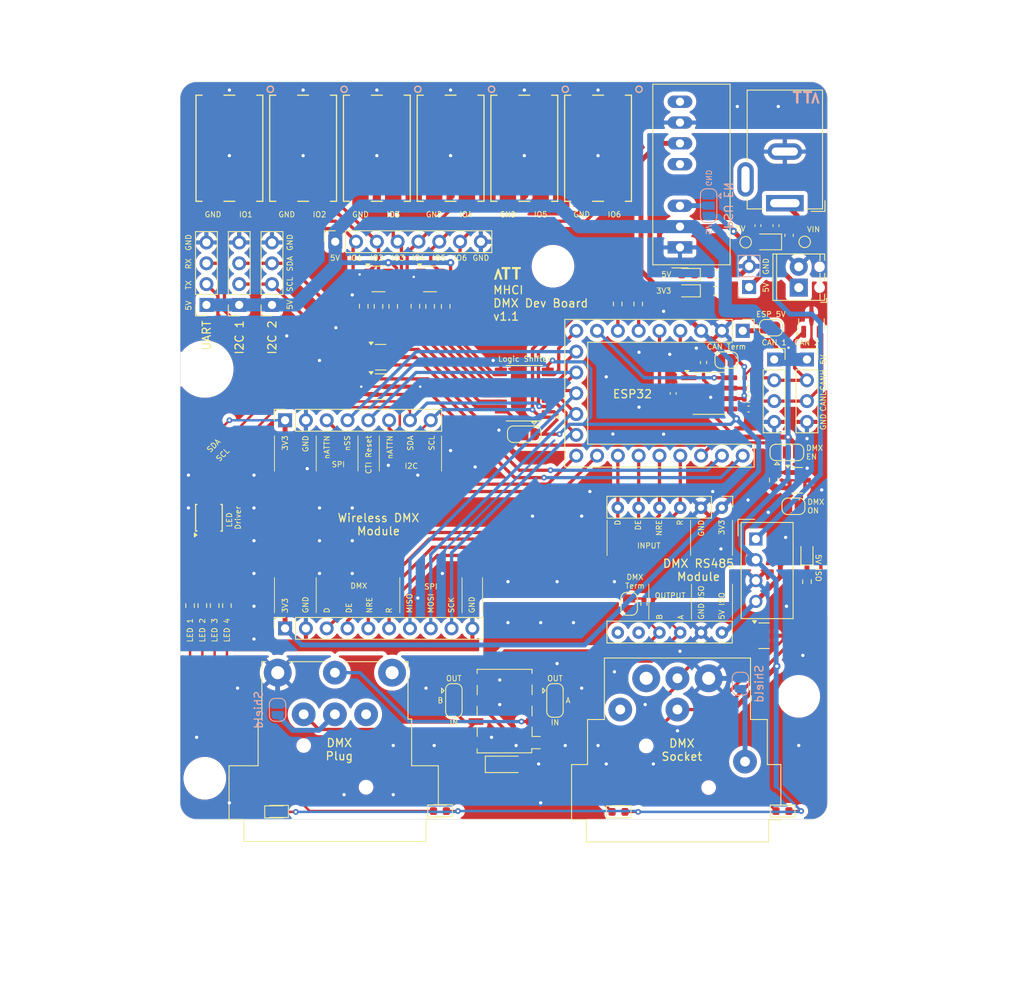
<source format=kicad_pcb>
(kicad_pcb (version 20240108) (generator "pcbnew") (generator_version "8.0")
  (layers (0 "F.Cu" signal) (31 "B.Cu" signal) (34 "B.Paste" user) (35 "F.Paste" user) (36 "B.SilkS" user "B.Silkscreen") (37 "F.SilkS" user "F.Silkscreen") (38 "B.Mask" user) (39 "F.Mask" user) (44 "Edge.Cuts" user))
  (net 0 "")
  (net 1 "+5V")
  (net 2 "GND")
  (net 3 "CANL")
  (net 4 "CANH")
  (net 5 "Earth")
  (net 6 "VIN")
  (net 7 "/DMX_PASSTHROUGH")
  (net 8 "GND_DMX")
  (net 9 "B")
  (net 10 "A")
  (net 11 "SCL")
  (net 12 "SDA")
  (net 13 "UART_RX")
  (net 14 "UART_TX")
  (net 15 "Net-(JP4-B)")
  (net 17 "/B_IN")
  (net 19 "/A_IN")
  (net 21 "Net-(JP3-B)")
  (net 22 "/A_OUT")
  (net 24 "/B_OUT")
  (net 25 "GPIO_X2")
  (net 26 "GPIO_X1")
  (net 27 "GPIO_X3")
  (net 28 "Net-(JP1-A)")
  (net 29 "Net-(JP2-A)")
  (net 30 "/CANH_L")
  (net 31 "Net-(JP8-A)")
  (net 32 "+3V3")
  (net 33 "/CANH_T")
  (net 34 "CAN_S")
  (net 35 "CAN_TX")
  (net 36 "CAN_RX")
  (net 37 "+5V_ISO")
  (net 38 "DE")
  (net 39 "D")
  (net 40 "R")
  (net 43 "NRE")
  (net 44 "DMX_EN")
  (net 45 "GPIO_X1_5")
  (net 46 "GPIO_X2_5")
  (net 47 "GPIO_X3_5")
  (net 48 "GPIO_X4_5")
  (net 49 "GPIO_X5_5")
  (net 50 "GPIO_X6_5")
  (net 51 "SCL_5")
  (net 52 "SDA_5")
  (net 53 "Net-(JP14-C)")
  (net 54 "GPIO_X5")
  (net 55 "Net-(JP15-C)")
  (net 56 "GPIO_X6")
  (net 57 "Net-(JP13-C)")
  (net 62 "SPI_nATTN")
  (net 63 "CTI_RESET")
  (net 64 "I2C_nATTN")
  (net 65 "Net-(D7-K)")
  (net 66 "Net-(D8-K)")
  (net 67 "Net-(D9-K)")
  (net 68 "Net-(D10-K)")
  (net 69 "Net-(U2-LED0)")
  (net 70 "Net-(U2-LED1)")
  (net 71 "Net-(U2-LED2)")
  (net 72 "Net-(U2-LED3)")
  (net 73 "Net-(D11-K)")
  (net 74 "Net-(D12-K)")
  (net 75 "Net-(D13-K)")
  (net 76 "Net-(U8-B3)")
  (net 77 "Net-(U8-B4)")
  (net 78 "Net-(U8-B5)")
  (net 79 "Net-(U8-B6)")
  (net 80 "Net-(U8-B7)")
  (net 81 "Net-(U8-B8)")
  (footprint "MHCI:2060-452-998-404 Wago" (layer "F.Cu") (at 97.999999 68.094999 180)
    (property "Reference" "J15" (hide yes))
    (property "Value" "Conn_01x02")
  )
  (footprint "Connector_PinSocket_2.54mm:PinSocket_1x04_P2.54mm_Vertical" (layer "F.Cu") (at 58.2 87.22 180)
    (property "Reference" "J7" (hide yes))
    (property "Value" "Conn_01x04")
  )
  (footprint "Connector_BarrelJack:BarrelJack_GCT_DCJ200-10-A_Horizontal" (layer "F.Cu") (at 120.8 74.8 180)
    (property "Reference" "J6" (hide yes))
    (property "Value" "Barrel_Jack_MountingPin")
  )
  (footprint "Relay_SMD:Relay_DPDT_Omron_G6K-2F" (layer "F.Cu") (at 86.6 136.8 180)
    (property "Reference" "K1" (hide yes))
    (property "Value" "G6K-2")
  )
  (footprint "Package_SO:TSSOP-8_3x3mm_P0.65mm" (layer "F.Cu") (at 50.5 113.2 90)
    (property "Reference" "U2" (hide yes))
    (property "Value" "~")
  )
  (footprint "Connector_PinSocket_2.54mm:PinSocket_1x04_P2.54mm_Vertical" (layer "F.Cu") (at 123.5 93.88)
    (property "Reference" "J16" (hide yes))
    (property "Value" "Conn_01x04")
  )
  (footprint "TestPoint:TestPoint_Pad_D1.0mm" (layer "F.Cu") (at 123.21875 79.525 -90)
    (property "Reference" "TP1" (hide yes))
    (property "Value" "VIN")
  )
  (footprint "Diode_SMD:D_SOD-123" (layer "F.Cu") (at 86.6 143.303)
    (property "Reference" "D1" (hide yes))
    (property "Value" "1N4148W")
  )
  (footprint "Connector_PinSocket_2.54mm:PinSocket_1x08_P2.54mm_Vertical" (layer "F.Cu") (at 65.92 79.5 90)
    (property "Reference" "J17" (hide yes))
    (property "Value" "Conn_01x08")
  )
  (footprint "Resistor_SMD:R_0603_1608Metric" (layer "F.Cu") (at 123.5 121 -90)
    (property "Reference" "R15" (hide yes))
    (property "Value" "680R")
  )
  (footprint "TestPoint:TestPoint_Pad_D1.0mm" (layer "F.Cu") (at 116.01875 79.565 -90)
    (property "Reference" "TP2" (hide yes))
    (property "Value" "5V")
  )
  (footprint "MHCI:Jack_XLR_Neutrik_NC5MAH_LR" (layer "F.Cu") (at 58.9 132.11)
    (property "Reference" "J1" (hide yes))
    (property "Value" "XLR_Male")
  )
  (footprint "MHCI:Jack_XLR_Neutrik_NC5FAH_LR-DAE" (layer "F.Cu") (at 111.5 132.795 -90)
    (property "Reference" "J2" (hide yes))
    (property "Value" "XLR5_Female")
  )
  (footprint "Resistor_SMD:R_0603_1608Metric" (layer "F.Cu") (at 71.2 87.4 90)
    (property "Reference" "R18" (hide yes))
    (property "Value" "1K")
  )
  (footprint "Resistor_SMD:R_0603_1608Metric" (layer "F.Cu") (at 79.4 87.4 90)
    (property "Reference" "R22" (hide yes))
    (property "Value" "1K")
  )
  (footprint "Diode_SMD:D_0805_2012Metric" (layer "F.Cu") (at 118.71875 79.525 180)
    (property "Reference" "FB1" (hide yes))
    (property "Value" "FerriteBead")
  )
  (footprint "Resistor_SMD:R_0603_1608Metric" (layer "F.Cu") (at 102.9 87.1 -90)
    (property "Reference" "R5" (hide yes))
    (property "Value" "4K7")
  )
  (footprint "MountingHole:MountingHole_3.2mm_M3" (layer "F.Cu") (at 50 145)
    (property "Reference" "H4" (hide yes))
    (property "Value" "MountingHole")
  )
  (footprint "Package_SO:TSSOP-20_4.4x6.5mm_P0.65mm" (layer "F.Cu") (at 89 98 180)
    (property "Reference" "U8" (hide yes))
    (property "Value" "TXB0108PW")
  )
  (footprint "Package_TO_SOT_SMD:SOT-23" (layer "F.Cu") (at 71.4625 97.2)
    (property "Reference" "D6" (hide yes))
    (property "Value" "D_TVS_Dual_AAC")
  )
  (footprint "Capacitor_SMD:C_0402_1005Metric" (layer "F.Cu") (at 117.51875 77.545 90)
    (property "Reference" "C6" (hide yes))
    (property "Value" "100nF")
  )
  (footprint "Resistor_SMD:R_0603_1608Metric" (layer "F.Cu") (at 77.5 87.4 90)
    (property "Reference" "R21" (hide yes))
    (property "Value" "1K")
  )
  (footprint "Resistor_SMD:R_0603_1608Metric" (layer "F.Cu") (at 112.325 85.5)
    (property "Reference" "R16" (hide yes))
    (property "Value" "680R")
  )
  (footprint "Converter_DCDC:Converter_DCDC_TRACO_TME_03xxS_05xxS_12xxS_Single_THT" (layer "F.Cu") (at 117.265 115.7925)
    (property "Reference" "U5" (hide yes))
    (property "Value" "TME-0505S")
  )
  (footprint "LED_SMD:LED_0603_1608Metric" (layer "F.Cu") (at 109 85.5 180)
    (property "Reference" "D13" (hide yes))
    (property "Value" "RED")
  )
  (footprint "Resistor_SMD:R_0603_1608Metric" (layer "F.Cu") (at 69.4 87.375 90)
    (property "Reference" "R17" (hide yes))
    (property "Value" "1K")
  )
  (footprint "Jumper:SolderJumper-2_P1.3mm_Open_RoundedPad1.0x1.5mm" (layer "F.Cu") (at 113.675 93.955)
    (property "Reference" "JP2" (hide yes))
    (property "Value" "Jumper_2_Open")
  )
  (footprint "Jumper:SolderJumper-3_P1.3mm_Open_RoundedPad1.0x1.5mm" (layer "F.Cu") (at 121.05 105.225)
    (property "Reference" "JP13" (hide yes))
    (property "Value" "SolderJumper_3_Open")
  )
  (footprint "Capacitor_SMD:C_0402_1005Metric" (layer "F.Cu") (at 116.375 96.125 180)
    (property "Reference" "C3" (hide yes))
    (property "Value" "30pF")
  )
  (footprint "MHCI:2060-452-998-404 Wago" (layer "F.Cu") (at 79.999999 68.094999 180)
    (property "Reference" "J13" (hide yes))
    (property "Value" "Conn_01x02")
  )
  (footprint "Capacitor_SMD:C_0603_1608Metric" (layer "F.Cu") (at 121.31875 78.725 90)
    (property "Reference" "C4" (hide yes))
    (property "Value" "10uF")
  )
  (footprint "Package_TO_SOT_SMD:SOT-23" (layer "F.Cu") (at 122.3125 108.625)
    (property "Reference" "Q1" (hide yes))
    (property "Value" "PMOS")
  )
  (footprint "Resistor_SMD:R_0603_1608Metric" (layer "F.Cu") (at 112.5 83.5)
    (property "Reference" "R14" (hide yes))
    (property "Value" "680R")
  )
  (footprint "MountingHole:MountingHole_3.2mm_M3" (layer "F.Cu") (at 92.5 82.5)
    (property "Reference" "H1" (hide yes))
    (property "Value" "MountingHole")
  )
  (footprint "LED_SMD:LED_0603_1608Metric" (layer "F.Cu") (at 109 83.5 180)
    (property "Reference" "D11" (hide yes))
    (property "Value" "RED")
  )
  (footprint "Capacitor_SMD:C_0402_1005Metric" (layer "F.Cu") (at 119.71875 77.545 -90)
    (property "Reference" "C5" (hide yes))
    (property "Value" "1uF")
  )
  (footprint "MHCI:2060-452-998-404 Wago" (layer "F.Cu") (at 61.999999 68.094999 180)
    (property "Reference" "J11" (hide yes))
    (property "Value" "Conn_01x02")
  )
  (footprint "Jumper:SolderJumper-3_P1.3mm_Open_RoundedPad1.0x1.5mm" (layer "F.Cu") (at 80.4 135.5 -90)
    (property "Reference" "JP6" (hide yes))
    (property "Value" "SolderJumper_3_Open")
  )
  (footprint "Resistor_SMD:R_0603_1608Metric" (layer "F.Cu") (at 75.7 87.375 90)
    (property "Reference" "R20" (hide yes))
    (property "Value" "1K")
  )
  (footprint "Resistor_SMD:R_0402_1005Metric" (layer "F.Cu") (at 116.385 97.425 180)
    (property "Reference" "R2" (hide yes))
    (property "Value" "0R")
  )
  (footprint "Capacitor_SMD:C_0402_1005Metric" (layer "F.Cu") (at 116.375 99.925)
    (property "Reference" "C2" (hide yes))
    (property "Value" "30pF")
  )
  (footprint "Jumper:SolderJumper-3_P1.3mm_Open_RoundedPad1.0x1.5mm" (layer "F.Cu") (at 92.7425 135.5 -90)
    (property "Reference" "JP5" (hide yes))
    (property "Value" "SolderJumper_3_Open")
  )
  (footprint "Package_SO:SOIC-8_3.9x4.9mm_P1.27mm" (layer "F.Cu") (at 111.55 98.015)
    (property "Reference" "U11" (hide yes))
    (property "Value" "TJA1051T-3")
  )
  (footprint "LED_SMD:LED_0603_1608Metric" (layer "F.Cu") (at 123.5 117.5 90)
    (property "Reference" "D12" (hide yes))
    (property "Value" "RED")
  )
  (footprint "MountingHole:MountingHole_3.2mm_M3" (layer "F.Cu") (at 50 95.05)
    (property "Reference" "H3" (hide yes))
    (property "Value" "MountingHole")
  )
  (footprint "Jumper:SolderJumper-2_P1.3mm_Open_RoundedPad1.0x1.5mm" (layer "F.Cu") (at 121.85 111.8 180)
    (property "Reference" "JP7" (hide yes))
    (property "Value" "Jumper_2_Open")
  )
  (footprint "Resistor_SMD:R_0603_1608Metric" (layer "F.Cu") (at 51.2 123.92 90)
    (property "Reference" "R12" (hide yes))
    (property "Value" "300R")
  )
  (footprint "MHCI:WirelessDMX-Module" (layer "F.Cu") (at 59.8 114)
    (property "Reference" "U10" (hide yes))
    (property "Value" "~")
  )
  (footprint "Resistor_SMD:R_0603_1608Metric" (layer "F.Cu") (at 73 87.4 90)
    (property "Reference" "R19" (hide yes))
    (property "Value" "1K")
  )
  (footprint "Connector_PinSocket_2.54mm:PinSocket_1x04_P2.54mm_Vertical" (layer "F.Cu") (at 54.2 87.22 180)
    (property "Reference" "J4" (hide yes))
    (property "Value" "Conn_01x04")
  )
  (footprint "MHCI:2060-452-998-404 Wago" (layer "F.Cu") (at 88.999999 68.094999 180)
    (property "Reference" "J14" (hide yes))
    (property "Value" "Conn_01x02")
  )
  (footprint "Jumper:SolderJumper-2_P1.3mm_Open_RoundedPad1.0x1.5mm" (layer "F.Cu") (at 101.8 123.7 -90)
    (property "Reference" "JP8" (hide yes))
    (property "Value" "Jumper_2_Open")
  )
  (footprint "Resistor_SMD:R_0603_1608Metric" (layer "F.Cu") (at 48.2 123.92 90)
    (property "Reference" "R10" (hide yes))
    (property "Value" "300R")
  )
  (footprint "Connector_PinSocket_2.54mm:PinSocket_1x04_P2.54mm_Vertical" (layer "F.Cu") (at 119.5 93.88)
    (property "Reference" "J18" (hide yes))
    (property "Value" "Conn_01x04")
  )
  (footprint "LED_SMD:LED_0603_1608Metric" (layer "F.Cu") (at 120.5125 149)
    (property "Reference" "D10" (hide yes))
    (property "Value" "GREEN")
  )
  (footprint "Resistor_SMD:R_0402_1005Metric" (layer "F.Cu") (at 103.6 123.74 90)
    (property "Reference" "R9" (hide yes))
    (property "Value" "120R")
  )
  (footprint "Package_TO_SOT_SMD:SOT-23-6" (layer "F.Cu") (at 77.5 84.05)
    (property "Reference" "U9" (hide yes))
    (property "Value" "SRV05-4")
  )
  (footprint "TerminalBlock_Phoenix:TerminalBlock_Phoenix_MPT-0,5-2-2.54_1x02_P2.54mm_Horizontal" (layer "F.Cu") (at 122.5 85.105 90)
    (property "Reference" "J5" (hide yes))
    (property "Value" "Conn_01x02")
  )
  (footprint "Capacitor_SMD:C_0402_1005Metric" (layer "F.Cu") (at 107.175 98.025 90)
    (property "Reference" "C1" (hide yes))
    (property "Value" "100nF")
  )
  (footprint "Converter_DCDC:Converter_DCDC_TRACO_TMR-xxxx_THT" (layer "F.Cu") (at 108 80.2 90)
    (property "Reference" "U4" (hide yes))
    (property "Value" "TEC2-1210WI")
  )
  (footprint "Package_TO_SOT_SMD:SOT-23" (layer "F.Cu") (at 118.2625 127.6)
    (property "Reference" "D4" (hide yes))
    (property "Value" "D_TVS_Dual_AAC")
  )
  (footprint "Connector_PinSocket_2.54mm:PinSocket_1x04_P2.54mm_Vertical" (layer "F.Cu") (at 50.2 87.22 180)
    (property "Reference" "J8" (hide yes))
    (property "Value" "Conn_01x04")
  )
  (footprint "Resistor_SMD:R_0402_1005Metric" (layer "F.Cu") (at 110.875 94.245 90)
    (property "Reference" "R1" (hide yes))
    (property "Value" "120R")
  )
  (footprint "LED_SMD:LED_0603_1608Metric" (layer "F.Cu") (at 78.7 149)
    (property "Reference" "D8" (hide yes))
    (property "Value" "GREEN")
  )
  (footprint "MHCI:2060-452-998-404 Wago" (layer "F.Cu") (at 70.999999 68.094999 180)
    (property "Reference" "J12" (hide yes))
    (property "Value" "Conn_01x02")
  )
  (footprint "Package_TO_SOT_SMD:SOT-23" (layer "F.Cu") (at 124.05 89.5625 90)
    (property "Reference" "D5" (hide yes))
    (property "Value" "D_TVS_Dual_AAC")
  )
  (footprint "Resistor_SMD:R_0603_1608Metric" (layer "F.Cu") (at 100.4 87.1 -90)
    (property "Reference" "R4" (hide yes))
    (property "Value" "4K7")
  )
  (footprint "Resistor_SMD:R_0603_1608Metric" (layer "F.Cu") (at 49.7 123.92 90)
    (property "Reference" "R11" (hide yes))
    (property "Value" "300R")
  )
  (footprint "Package_TO_SOT_SMD:SOT-23" (layer "F.Cu") (at 71.4625 93.6)
    (property "Reference" "D3" (hide yes))
    (property "Value" "D_TVS_Dual_AAC")
  )
  (footprint "Jumper:SolderJumper-2_P1.3mm_Open_RoundedPad1.0x1.5mm" (layer "F.Cu") (at 119.1 90)
    (property "Reference" "JP1" (hide yes))
    (property "Value" "Jumper_2_Open")
  )
  (footprint "MountingHole:MountingHole_3.2mm_M3" (layer "F.Cu") (at 122.5 135)
    (property "Reference" "H2" (hide yes))
    (property "Value" "MountingHole")
  )
  (footprint "MHCI:ISO-DMX" (layer "F.Cu") (at 113.1125 119.593 -90)
    (property "Reference" "U3" (hide yes))
    (property "Value" "~")
  )
  (footprint "MHCI:2060-452-998-404 Wago" (layer "F.Cu") (at 52.999999 68.094999 180)
    (property "Reference" "J10" (hide yes))
    (property "Value" "Conn_01x02")
  )
  (footprint "LED_SMD:LED_0603_1608Metric" (layer "F.Cu") (at 100.5 149.1)
    (property "Reference" "D9" (hide yes))
    (property "Value" "RED")
  )
  (footprint "Resistor_SMD:R_0603_1608Metric" (layer "F.Cu") (at 52.7 123.92 90)
    (property "Reference" "R13" (hide yes))
    (property "Value" "300R")
  )
  (footprint "Resistor_SMD:R_0402_1005Metric" (layer "F.Cu") (at 116.375 98.725)
    (property "Reference" "R3" (hide yes))
    (property "Value" "0R")
  )
  (footprint "LED_SMD:LED_0603_1608Metric" (layer "F.Cu") (at 58.8 149.1)
    (property "Reference" "D7" (hide yes))
    (property "Value" "RED")
  )
  (footprint "Package_TO_SOT_SMD:SOT-23-6" (layer "F.Cu") (at 71.2 84.05)
    (property "Reference" "U1" (hide yes))
    (property "Value" "SRV05-4")
  )
  (footprint "MHCI:ESP-32-S3-Tiny - PTH" (layer "F.Cu") (at 105.5 98 -90)
    (property "Reference" "U7" (hide yes))
    (property "Value" "~")
  )
  (footprint "Jumper:SolderJumper-3_P1.3mm_Open_RoundedPad1.0x1.5mm" (layer "F.Cu") (at 89 103 180)
    (property "Reference" "JP15" (hide yes))
    (property "Value" "SolderJumper_3_Open")
  )
  (footprint "Resistor_SMD:R_0603_1608Metric" (layer "F.Cu") (at 119.45 108.6 -90)
    (property "Reference" "R8" (hide yes))
    (property "Value" "100k")
  )
  (footprint "Jumper:SolderJumper-2_P1.3mm_Open_RoundedPad1.0x1.5mm" (layer "B.Cu") (at 115.38 133.46 -90)
    (property "Reference" "JP3" (hide yes))
    (property "Value" "Jumper_2_Open")
  )
  (footprint "Jumper:SolderJumper-2_P1.3mm_Open_RoundedPad1.0x1.5mm" (layer "B.Cu") (at 58.88 136.647 -90)
    (property "Reference" "JP4" (hide yes))
    (property "Value" "Jumper_2_Open")
  )
  (footprint "Jumper:SolderJumper-3_P1.3mm_Open_RoundedPad1.0x1.5mm" (layer "B.Cu") (at 111.5 75.1 -90)
    (property "Reference" "JP14" (hide yes))
    (property "Value" "SolderJumper_3_Open")
  )
  (footprint "Connector_PinHeader_2.54mm:PinHeader_1x02_P2.54mm_Vertical" (layer "B.Cu") (at 116.44 85.04)
    (property "Reference" "J9" (hide yes))
    (property "Value" "Conn_01x02")
  )
  (gr_poly (pts (xy 124.034266 62.61) (xy 124.474266 61.3) (xy 124.584266 61.3) (xy 125.024266 62.61) (xy 124.794266 62.61) (xy 124.534266 61.74) (xy 124.264266 62.61)) (stroke (width 0.05)) (fill solid) (layer "B.SilkS"))
  (gr_line (start 68.7 103.2) (end 68.7 107.5) (stroke (width 0.1)) (layer "F.SilkS"))
  (gr_line (start 73.8 120.5) (end 73.8 124.8) (stroke (width 0.1)) (layer "F.SilkS"))
  (gr_line (start 58.5 120.5) (end 58.5 124.8) (stroke (width 0.1)) (layer "F.SilkS"))
  (gr_line (start 109.3 113.5) (end 109.3 117.8) (stroke (width 0.1)) (layer "F.SilkS"))
  (gr_line (start 83.9 120.5) (end 83.9 124.8) (stroke (width 0.1)) (layer "F.SilkS"))
  (gr_line (start 81.4 120.5) (end 81.4 124.8) (stroke (width 0.1)) (layer "F.SilkS"))
  (gr_line (start 63.6 120.5) (end 63.6 124.8) (stroke (width 0.1)) (layer "F.SilkS"))
  (gr_line (start 78.9 103.2) (end 78.9 107.5) (stroke (width 0.1)) (layer "F.SilkS"))
  (gr_line (start 58.5 103.2) (end 58.5 107.5) (stroke (width 0.1)) (layer "F.SilkS"))
  (gr_line (start 114.4 121.3) (end 114.4 125.6) (stroke (width 0.1)) (layer "F.SilkS"))
  (gr_line (start 63.6 103.2) (end 63.6 107.5) (stroke (width 0.1)) (layer "F.SilkS"))
  (gr_line (start 104.2 121.3) (end 104.2 125.6) (stroke (width 0.1)) (layer "F.SilkS"))
  (gr_line (start 109.4 121.3) (end 109.4 125.6) (stroke (width 0.1)) (layer "F.SilkS"))
  (gr_line (start 71.3 103.2) (end 71.3 107.5) (stroke (width 0.1)) (layer "F.SilkS"))
  (gr_line (start 114.4 113.5) (end 114.4 117.8) (stroke (width 0.1)) (layer "F.SilkS"))
  (gr_poly (pts (xy 86.31 84.11) (xy 85.87 82.8) (xy 85.76 82.8) (xy 85.32 84.11) (xy 85.55 84.11) (xy 85.81 83.24) (xy 86.08 84.11)) (stroke (width 0.05)) (fill solid) (layer "F.SilkS"))
  (gr_line (start 99.1 113.5) (end 99.1 117.8) (stroke (width 0.1)) (layer "F.SilkS"))
  (gr_line (start 47 62) (end 47 148) (stroke (width 0.05)) (layer "Edge.Cuts"))
  (gr_line (start 124 60) (end 49 60) (stroke (width 0.05)) (layer "Edge.Cuts"))
  (gr_arc (start 47 62) (mid 47.585786 60.585786) (end 49 60) (stroke (width 0.05)) (layer "Edge.Cuts"))
  (gr_arc (start 124 60) (mid 125.414214 60.585786) (end 126 62) (stroke (width 0.05)) (layer "Edge.Cuts"))
  (gr_arc (start 49 150) (mid 47.585786 149.414214) (end 47 148) (stroke (width 0.05)) (layer "Edge.Cuts"))
  (gr_arc (start 126 148) (mid 125.414214 149.414214) (end 124 150) (stroke (width 0.05)) (layer "Edge.Cuts"))
  (gr_line (start 126 148) (end 126 62) (stroke (width 0.05)) (layer "Edge.Cuts"))
  (gr_line (start 49 150) (end 124 150) (stroke (width 0.05)) (layer "Edge.Cuts"))
  (gr_text "PSU EN" (at 113.284 75.1 270) (layer "B.SilkS") (effects (font (size 1 1)) (justify bottom mirror)))
  (gr_text "Shield" (at 117.094 133.46 90) (layer "B.SilkS") (effects (font (size 1 1)) (justify top mirror)))
  (gr_text "5V" (at 111.5 77.4 -90) (layer "B.SilkS") (effects (font (size 0.66 0.66) (thickness 0.1)) (justify right mirror)))
  (gr_text "Shield" (at 57.15 136.652 90) (layer "B.SilkS") (effects (font (size 1 1)) (justify bottom mirror)))
  (gr_text "TT" (at 122.944266 62 0) (layer "B.SilkS") (effects (font (size 1.5 1.5) (thickness 0.3) (bold yes)) (justify mirror)))
  (gr_text "GND" (at 111.5 72.8 -90) (layer "B.SilkS") (effects (font (size 0.66 0.66) (thickness 0.1)) (justify left mirror)))
  (gr_text "GND" (at 62.3 103.1 90) (layer "F.SilkS") (effects (font (size 0.66 0.66) (thickness 0.1)) (justify right)))
  (gr_text "LED \nDriver" (at 52.6 113.2 90) (layer "F.SilkS") (effects (font (size 0.66 0.66) (thickness 0.1)) (justify top)))
  (gr_text "5V" (at 65.9 81.1 0) (layer "F.SilkS") (effects (font (size 0.66 0.66) (thickness 0.1)) (justify top)))
  (gr_text "IO1" (at 68.4 81.1 0) (layer "F.SilkS") (effects (font (size 0.66 0.66) (thickness 0.1)) (justify top)))
  (gr_text "I2C" (at 75.2 106.5 0) (layer "F.SilkS") (effects (font (size 0.66 0.66) (thickness 0.1)) (justify top)))
  (gr_text "SCK" (at 80.1 124.9 90) (layer "F.SilkS") (effects (font (size 0.66 0.66) (thickness 0.1)) (justify left)))
  (gr_text "SPI" (at 77.6 122 0) (layer "F.SilkS") (effects (font (size 0.66 0.66) (thickness 0.1)) (justify bottom)))
  (gr_text "GND" (at 82.6 124.9 90) (layer "F.SilkS") (effects (font (size 0.66 0.66) (thickness 0.1)) (justify left)))
  (gr_text "IO6" (at 100 75.8 0) (layer "F.SilkS") (effects (font (size 0.66 0.66) (thickness 0.1)) (justify top)))
  (gr_text "MOSI" (at 77.6 124.9 90) (layer "F.SilkS") (effects (font (size 0.66 0.66) (thickness 0.1)) (justify left)))
  (gr_text "CANL" (at 125.1 99 90) (layer "F.SilkS") (effects (font (size 0.66 0.66) (thickness 0.1)) (justify top)))
  (gr_text "GND" (at 62.3 124.9 90) (layer "F.SilkS") (effects (font (size 0.66 0.66) (thickness 0.1)) (justify left)))
  (gr_text "nATTN" (at 72.6 103.1 90) (layer "F.SilkS") (effects (font (size 0.66 0.66) (thickness 0.1)) (justify right)))
  (gr_text "I2C 1" (at 54.225 89.02 90) (layer "F.SilkS") (effects (font (size 1 1)) (justify right)))
  (gr_text "A" (at 93.9925 135.5 0) (layer "F.SilkS") (effects (font (size 0.66 0.66) (thickness 0.1)) (justify left)))
  (gr_text "DMX\nSocket" (at 108.23 141.545 0) (layer "F.SilkS") (effects (font (size 1 1))))
  (gr_text "IO6" (at 81.2 81.1 0) (layer "F.SilkS") (effects (font (size 0.66 0.66) (thickness 0.1)) (justify top)))
  (gr_text "TX" (at 48.4 84.8 90) (layer "F.SilkS") (effects (font (size 0.66 0.66) (thickness 0.1)) (justify bottom)))
  (gr_text "IO4" (at 76.1 81.1 0) (layer "F.SilkS") (effects (font (size 0.66 0.66) (thickness 0.1)) (justify top)))
  (gr_text "LED 3" (at 51.2 125.4 90) (layer "F.SilkS") (effects (font (size 0.66 0.66) (thickness 0.1)) (justify right)))
  (gr_text "nATTN" (at 64.9 103.1 90) (layer "F.SilkS") (effects (font (size 0.66 0.66) (thickness 0.1)) (justify right)))
  (gr_text "B" (at 105.5 125.7 90) (layer "F.SilkS") (effects (font (size 0.66 0.66) (thickness 0.1)) (justify left)))
  (gr_text "I2C 2" (at 58.225 89.02 90) (layer "F.SilkS") (effects (font (size 1 1)) (justify right)))
  (gr_text "GND" (at 83.7 81.1 0) (layer "F.SilkS") (effects (font (size 0.66 0.66) (thickness 0.1)) (justify top)))
  (gr_text "D" (at 100.4 113.4 90) (layer "F.SilkS") (effects (font (size 0.66 0.66) (thickness 0.1)) (justify right)))
  (gr_text "GND" (at 60 75.8 0) (layer "F.SilkS") (effects (font (size 0.66 0.66) (thickness 0.1)) (justify top)))
  (gr_text "3V3" (at 107 85.5 0) (layer "F.SilkS") (effects (font (size 0.66 0.66) (thickness 0.1)) (justify right)))
  (gr_text "3V3" (at 113.1 113.4 90) (layer "F.SilkS") (effects (font (size 0.66 0.66) (thickness 0.1)) (justify right)))
  (gr_text "SPI" (at 66.3 106.3 0) (layer "F.SilkS") (effects (font (size 0.66 0.66) (thickness 0.1)) (justify top)))
  (gr_text "5V" (at 118.5 85.1 90) (layer "F.SilkS") (effects (font (size 0.66 0.66) (thickness 0.1))))
  (gr_text "RX" (at 48.4 82.2 90) (layer "F.SilkS") (effects (font (size 0.66 0.66) (thickness 0.1)) (justify bottom)))
  (gr_text "GND" (at 125.1 101.5 90) (layer "F.SilkS") (effects (font (size 0.66 0.66) (thickness 0.1)) (justify top)))
  (gr_text "NRE" (at 105.4625 113.4 90) (layer "F.SilkS") (effects (font (size 0.66 0.66) (thickness 0.1)) (justify right)))
  (gr_text "VIN" (at 124.300001 77.999997 0) (layer "F.SilkS") (effects (font (size 0.66 0.66) (thickness 0.1))))
  (gr_text "SDA" (at 60 82.2 90) (layer "F.SilkS") (effects (font (size 0.66 0.66) (thickness 0.1)) (justify top)))
  (gr_text "IN" (at 92.7425 137.8 0) (layer "F.SilkS") (effects (font (size 0.66 0.66) (thickness 0.1)) (justify top)))
  (gr_text "SDA" (at 75.1 103.1 90) (layer "F.SilkS") (effects (font (size 0.66 0.66) (thickness 0.1)) (justify right)))
  (gr_text "R" (at 108 113.4 90) (layer "F.SilkS") (effects (font (size 0.66 0.66) (thickness 0.1)) (justify right)))
  (gr_text "DMX\nEN" (at 123.35 105.225 0) (layer "F.SilkS") (effects (font (size 0.66 0.66) (thickness 0.1)) (justify left)))
  (gr_text "OUT" (at 92.7425 133.2 0) (layer "F.SilkS") (effects (font (size 0.66 0.66) (thickness 0.1)) (justify bottom)))
  (gr_text "DMX" (at 68.8 121.9 0) (layer "F.SilkS") (effects (font (size 0.66 0.66) (thickness 0.1)) (justify bottom)))
  (gr_text "nSS" (at 67.4 103.1 90) (layer "F.SilkS") (effects (font (size 0.66 0.66) (thickness 0.1)) (justify right)))
  (gr_text "LED 2" (at 49.7 125.4 90) (layer "F.SilkS") (effects (font (size 0.66 0.66) (thickness 0.1)) (justify right)))
  (gr_text "DMX RS485\nModule" (at 110.26 119.593 0) (layer "F.SilkS") (effects (font (size 1 1))))
  (gr_text "R" (at 72.5 124.9 90) (layer "F.SilkS") (effects (font (size 0.66 0.66) (thickness 0.1)) (justify left)))
  (gr_text "5V ISO" (at 113.1 125.7 90) (layer "F.SilkS") (effects (font (size 0.66 0.66) (thickness 0.1)) (justify left)))
  (gr_text "IN" (at 80.4 137.8 0) (layer "F.SilkS") (effects (font (size 0.66 0.66) (thickness 0.1)) (justify top)))
  (gr_text "TT" (at 87.4 83.5 -0) (layer "F.SilkS") (effects (font (size 1.5 1.5) (thickness 0.3) (bold yes))))
  (gr_text "Wireless DMX\nModule" (at 71.2 114.025 0) (layer "F.SilkS") (effects (font (size 1 1))))
  (gr_text "D" (at 64.9 124.9 90) (layer "F.SilkS") (effects (font (size 0.66 0.66) (thickness 0.1)) (justify left)))
  (gr_text "INPUT" (at 104.2 117 0) (layer "F.SilkS") (effects (font (size 0.66 0.66) (thickness 0.1)) (justify bottom)))
  (gr_text "GND" (at 87 75.8 0) (layer "F.SilkS") (effects (font (size 0.66 0.66) (thickness 0.1)) (justify top)))
  (gr_text "CAN 1" (at 119.5 92.2 0) (layer "F.SilkS") (effects (font (size 0.66 0.66) (thickness 0.1)) (justify bottom)))
  (gr_text "GND" (at 60 79.6 90) (layer "F.SilkS") (effects (font (size 0.66 0.66) (thickness 0.1)) (justify top)))
  (gr_text "CANH" (at 125.1 96.4 90) (layer "F.SilkS") (effects (font (size 0.66 0.66) (thickness 0.1)) (justify top)))
  (gr_text "GND" (at 51 75.8 0) (layer "F.SilkS") (effects (font (size 0.66 0.66) (thickness 0.1)) (justify top)))
  (gr_text "LED 4" (at 52.7 125.4 90) (layer "F.SilkS") (effects (font (size 0.66 0.66) (thickness 0.1)) (justify right)))
  (gr_text "IO1" (at 55 75.8 0) (layer "F.SilkS") (effects (font (size 0.66 0.66) (thickness 0.1)) (justify top)))
  (gr_text "A" (at 108.1 125.7 90) (layer "F.SilkS") (effects (font (size 0.66 0.66) (thickness 0.1)) (justify left)))
  (gr_text "3V3" (at 59.8 103.1 90) (layer "F.SilkS") (effects (font (size 0.66 0.66) (thickness 0.1)) (justify right)))
  (gr_text "5V" (at 60 87.2 90) (layer "F.SilkS") (effects (font (size 0.66 0.66) (thickness 0.1)) (justify top)))
  (gr_text "5V ISO" (at 124.5 119.325 270) (layer "F.SilkS") (effects (font (size 0.66 0.66) (thickness 0.1)) (justify bottom)))
  (gr_text "GND" (at 96 75.8 0) (layer "F.SilkS") (effects (font (size 0.66 0.66) (thickness 0.1)) (justify top)))
  (gr_text "MHCI\nDMX Dev Board\nv1.1" (at 85.11 89.21 0) (layer "F.SilkS") (effects (font (size 1 1)) (justify left bottom)))
  (gr_text "GND" (at 78 75.8 0) (layer "F.SilkS") (effects (font (size 0.66 0.66) (thickness 0.1)) (justify top)))
  (gr_text "SCL" (at 51.5 106.2 45) (layer "F.SilkS") (effects (font (size 0.66 0.66) (thickness 0.1)) (justify left)))
  (gr_text "SCL" (at 60 84.7 90) (layer "F.SilkS") (effects (font (size 0.66 0.66) (thickness 0.1)) (justify top)))
  (gr_text "OUT" (at 80.4 133.2 0) (layer "F.SilkS") (effects (font (size 0.66 0.66) (thickness 0.1)) (justify bottom)))
  (gr_text "ESP32" (at 102.2 98.1 0) (layer "F.SilkS") (effects (font (size 1 1))))
  (gr_text "5V" (at 115.400001 77.899997 0) (layer "F.SilkS") (effects (font (size 0.66 0.66) (thickness 0.1))))
  (gr_text "IO3" (at 73 75.8 0) (layer "F.SilkS") (effects (font (size 0.66 0.66) (thickness 0.1)) (justify top)))
  (gr_text "CAN Term" (at 113.675 92.705 0) (layer "F.SilkS") (effects (font (size 0.66 0.66) (thickness 0.1)) (justify bottom)))
  (gr_text "GND ISO" (at 110.6 125.7 90) (layer "F.SilkS") (effects (font (size 0.66 0.66) (thickness 0.1)) (justify left)))
  (gr_text "5V" (at 125.1 93.9 90) (layer "F.SilkS") (effects (font (size 0.66 0.66) (thickness 0.1)) (justify top)))
  (gr_text "OUTPUT" (at 106.8 123.1 0) (layer "F.SilkS") (effects (font (size 0.66 0.66) (thickness 0.1)) (justify bottom)))
  (gr_text "IO2" (at 64 75.8 0) (layer "F.SilkS") (effects (font (size 0.66 0.66) (thickness 0.1)) (justify top)))
  (gr_text "DMX\nTerm" (at 102.5 121.9 0) (layer "F.SilkS") (effects (font (size 0.66 0.66) (thickness 0.1)) (justify bottom)))
  (gr_text "5V" (at 48.4 87.3 90) (layer "F.SilkS") (effects (font (size 0.66 0.66) (thickness 0.1)) (justify bottom)))
  (gr_text "IO3" (at 73.6 81.1 0) (layer "F.SilkS") (effects (font (size 0.66 0.66) (thickness 0.1)) (justify top)))
  (gr_text "IO2" (at 71 81.1 0) (layer "F.SilkS") (effects (font (size 0.66 0.66) (thickness 0.1)) (justify top)))
  (gr_text "NRE" (at 70.1 124.9 90) (layer "F.SilkS") (effects (font (size 0.66 0.66) (thickness 0.1)) (justify left)))
  (gr_text "5V" (at 107 83.5 0) (layer "F.SilkS") (effects (font (size 0.66 0.66) (thickness 0.1)) (justify right)))
  (gr_text "IO5" (at 78.6 81.1 0) (layer "F.SilkS") (effects (font (size 0.66 0.66) (thickness 0.1)) (justify top)))
  (gr_text "ESP 5V" (at 119.1 88.75 0) (layer "F.SilkS") (effects (font (size 0.66 0.66) (thickness 0.1)) (justify bottom)))
  (gr_text "UART" (at 50.225 89.02 90) (layer "F.SilkS") (effects (font (size 1 1)) (justify right)))
  (gr_text "3V3" (at 59.8 124.9 90) (layer "F.SilkS") (effects (font (size 0.66 0.66) (thickness 0.1)) (justify left)))
  (gr_text "IO5" (at 91 75.8 0) (layer "F.SilkS") (effects (font (size 0.66 0.66) (thickness 0.1)) (justify top)))
  (gr_text "GND" (at 110.6 113.4 90) (layer "F.SilkS") (effects (font (size 0.66 0.66) (thickness 0.1)) (justify right)))
  (gr_text "SDA" (at 50.385015 105.103842 45) (layer "F.SilkS") (effects (font (size 0.66 0.66) (thickness 0.1)) (justify left)))
  (gr_text "DMX\nPlug" (at 66.4155 141.49 0) (layer "F.SilkS") (effects (font (size 1 1))))
  (gr_text "GND" (at 118.5 82.518288 90) (layer "F.SilkS") (effects (font (size 0.66 0.66) (thickness 0.1))))
  (gr_text "GND" (at 48.4 79.6 90) (layer "F.SilkS") (effects (font (size 0.66 0.66) (thickness 0.1)) (justify bottom)))
  (gr_text "GND" (at 69 75.8 0) (layer "F.SilkS") (effects (font (size 0.66 0.66) (thickness 0.1)) (justify top)))
  (gr_text "CTI Reset" (at 70 103.1 90) (layer "F.SilkS") (effects (font (size 0.66 0.66) (thickness 0.1)) (justify right)))
  (gr_text "DE" (at 67.6 124.9 90) (layer "F.SilkS") (effects (font (size 0.66 0.66) (thickness 0.1)) (justify left)))
  (gr_text "MISO" (at 75 124.9 90) (layer "F.SilkS") (effects (font (size 0.66 0.66) (thickness 0.1)) (justify left)))
  (gr_text "DMX\nON" (at 123.5 111.8 0) (layer "F.SilkS") (effects (font (size 0.66 0.66) (thickness 0.1)) (justify left)))
  (gr_text "LED 1" (at 48.2 125.4 90) (layer "F.SilkS") (effects (font (size 0.66 0.66) (thickness 0.1)) (justify right)))
  (gr_text "B" (at 79.15 135.5 0) (layer "F.SilkS") (effects (font (size 0.66 0.66) (thickness 0.1)) (justify right)))
  (gr_text "IO4" (at 81.9 75.8 0) (layer "F.SilkS") (effects (font (size 0.66 0.66) (thickness 0.1)) (justify top)))
  (gr_text "SCL" (at 77.7 103.1 90) (layer "F.SilkS") (effects (font (size 0.66 0.66) (thickness 0.1)) (justify right)))
  (gr_text "CAN 2" (at 123.475 92.2 0) (layer "F.SilkS") (effects (font (size 0.66 0.66) (thickness 0.1)) (justify bottom)))
  (gr_text "DE" (at 102.9 113.4 90) (layer "F.SilkS") (effects (font (size 0.66 0.66) (thickness 0.1)) (justify right)))
  (gr_text "Logic Shifter" (at 89 94.2 0) (layer "F.SilkS") (effects (font (size 0.66 0.66) (thickness 0.1)) (justify bottom)))
  (segment (start 114.543 78.243) (end 115.865 79.565) (width 0.6) (layer "F.Cu") (net 1))
  (segment (start 87.7 103) (end 87.7 103.755) (width 0.4) (layer "F.Cu") (net 1))
  (segment (start 79.4875 149) (end 80.9 149) (width 0.3) (layer "F.Cu") (net 1))
  (segment (start 113.96 77.66) (end 108 77.66) (width 0.6) (layer "F.Cu") (net 1))
  (segment (start 84.95 142.46) (end 83.1 140.61) (width 0.6) (layer "F.Cu") (net 1))
  (segment (start 73.4 83.649999) (end 72.999999 84.05) (width 0.4) (layer "F.Cu") (net 1))
  (segment (start 114.543 78.243) (end 113.96 77.66) (width 0.6) (layer "F.Cu") (net 1))
  (segment (start 79.299999 84.05) (end 78.6375 84.05) (width 0.4) (layer "F.Cu") (net 1))
  (segment (start 87.7 103.755) (end 88.285 104.34) (width 0.4) (layer "F.Cu") (net 1))
  (segment (start 122.35 104.5) (end 122.35 105.225) (width 0.6) (layer "F.Cu") (net 1))
  (segment (start 72.741974 82.06) (end 73.4 82.718026) (width 0.4) (layer "F.Cu") (net 1))
  (segment (start 101.2875 149.1) (end 102.9 149.1) (width 0.3) (layer "F.Cu") (net 1))
  (segment (start 80 83.349999) (end 79.299999 84.05) (width 0.4) (layer "F.Cu") (net 1))
  (segment (start 111.011472 104.34) (end 112.001472 103.35) (width 0.4) (layer "F.Cu") (net 1))
  (segment (start 59.5875 149.1) (end 61.1 149.1) (width 0.3) (layer "F.Cu") (net 1))
  (segment (start 115.865 79.565) (end 116.01875 79.565) (width 0.6) (layer "F.Cu") (net 1))
  (segment (start 112.001472 103.35) (end 114.749999 103.35) (width 0.4) (layer "F.Cu") (net 1))
  (segment (start 117.51875 79.2625) (end 117.78125 79.525) (width 0.4) (layer "F.Cu") (net 1))
  (segment (start 107.325 98.655) (end 107.175 98.505) (width 0.4) (layer "F.Cu") (net 1))
  (segment (start 109.075 98.65) (end 110.049999 98.65) (width 0.4) (layer "F.Cu") (net 1))
  (segment (start 121.2 103.35) (end 122.35 104.5) (width 0.6) (layer "F.Cu") (net 1))
  (segment (start 106.747 144.403) (end 86.05 144.403) (width 0.6) (layer "F.Cu") (net 1))
  (segment (start 110.049999 98.65) (end 114.749999 103.35) (width 0.4) (layer "F.Cu") (net 1))
  (segment (start 116.01875 79.565) (end 117.74125 79.565) (width 0.6) (layer "F.Cu") (net 1))
  (segment (start 114.749999 103.35) (end 121.2 103.35) (width 0.6) (layer "F.Cu") (net 1))
  (segment (start 119.825 90.375) (end 119.825 91.015) (width 0.6) (layer "F.Cu") (net 1))
  (segment (start 72.4 82.06) (end 72.741974 82.06) (width 0.4) (layer "F.Cu") (net 1))
  (segment (start 73.4 82.718026) (end 73.4 83.649999) (width 0.4) (layer "F.Cu") (net 1))
  (segment (start 109.125 98.655) (end 107.325 98.655) (width 0.4) (layer "F.Cu") (net 1))
  (segment (start 80 82.06) (end 80 83.349999) (width 0.4) (layer "F.Cu") (net 1))
  (segment (start 72.999999 84.05) (end 72.3375 84.05) (width 0.4) (layer "F.Cu") (net 1))
  (segment (start 108 77.66) (end 106.34 77.66) (width 0.6) (layer "F.Cu") (net 1))
  (segment (start 84.95 143.303) (end 84.95 142.46) (width 0.6) (layer "F.Cu") (net 1))
  (segment (start 105.5 78.5) (end 105.5 82.5) (width 0.6) (layer "F.Cu") (net 1))
  (segment (start 121.3 149) (end 122.8 149) (width 0.3) (layer "F.Cu") (net 1))
  (segment (start 119.825 91.015) (end 121.25 92.44) (width 0.6) (layer "F.Cu") (net 1))
  (segment (start 117.74125 79.565) (end 117.78125 79.525) (width 0.6) (layer "F.Cu") (net 1))
  (segment (start 86.05 144.403) (end 84.95 143.303) (width 0.6) (layer "F.Cu") (net 1))
  (segment (start 106.34 77.66) (end 105.5 78.5) (width 0.6) (layer "F.Cu") (net 1))
  (segment (start 117.51875 78.025) (end 117.51875 79.2625) (width 0.4) (layer "F.Cu") (net 1))
  (segment (start 88.285 104.34) (end 111.011472 104.34) (width 0.4) (layer "F.Cu") (net 1))
  (segment (start 105.5 82.5) (end 106.5 83.5) (width 0.6) (layer "F.Cu") (net 1))
  (segment (start 106.5 83.5) (end 108.2125 83.5) (width 0.6) (layer "F.Cu") (net 1))
  (segment (start 119.825 131.325) (end 106.747 144.403) (width 0.6) (layer "F.Cu") (net 1))
  (via (at 61.1 149.1) (size 0.7) (drill 0.3) (layers "F.Cu" "B.Cu") (net 1))
  (via (at 114.543 78.243) (size 0.9) (drill 0.4) (layers "F.Cu" "B.Cu") (net 1))
  (via (at 121.2 103.35) (size 0.9) (drill 0.4) (layers "F.Cu" "B.Cu") (net 1))
  (via (at 121.25 92.44) (size 0.7) (drill 0.3) (layers "F.Cu" "B.Cu") (net 1))
  (via (at 80 82.06) (size 0.9) (drill 0.4) (layers "F.Cu" "B.Cu") (net 1))
  (via (at 72.4 82.06) (size 0.9) (drill 0.4) (layers "F.Cu" "B.Cu") (net 1))
  (via (at 102.9 149.1) (size 0.7) (drill 0.3) (layers "F.Cu" "B.Cu") (net 1))
  (via (at 119.825 131.325) (size 0.9) (drill 0.4) (layers "F.Cu" "B.Cu") (net 1))
  (via (at 80.9 149) (size 0.7) (drill 0.3) (layers "F.Cu" "B.Cu") (net 1))
  (via (at 122.8 149) (size 0.7) (drill 0.3) (layers "F.Cu" "B.Cu") (net 1))
  (segment (start 58.2 87.22) (end 61.13 87.22) (width 1.6) (layer "B.Cu") (net 1))
  (segment (start 61.13 87.22) (end 65.92 82.43) (width 1.6) (layer "B.Cu") (net 1))
  (segment (start 95.72 77.66) (end 108 77.66) (width 1.6) (layer "B.Cu") (net 1))
  (segment (start 121.42 92.44) (end 116.93 87.95) (width 1.6) (layer "B.Cu") (net 1))
  (segment (start 112.7 76.4) (end 111.5 76.4) (width 0.6) (layer "B.Cu") (net 1))
  (segment (start 118.4125 119.48) (end 117.265 118.3325) (width 0.6) (layer "B.Cu") (net 1))
  (segment (start 102.8 149) (end 102.9 149.1) (width 0.3) (layer "B.Cu") (net 1))
  (segment (start 58.2 87.22) (end 58.123704 87.22) (width 1.6) (layer "B.Cu") (net 1))
  (segment (start 119.740225 145.940225) (end 119.740225 120.807725) (width 0.6) (layer "B.Cu") (net 1))
  (segment (start 50.2 87.22) (end 54.2 87.22) (width 1.6) (layer "B.Cu") (net 1))
  (segment (start 65.92 79.5) (end 65.92 78.29) (width 1.6) (layer "B.Cu") (net 1))
  (segment (start 123.5 93.88) (end 121.42 93.88) (width 1.6) (layer "B.Cu") (net 1))
  (segment (start 80 82.06) (end 66.75 82.06) (width 0.6) (layer "B.Cu") (net 1))
  (segment (start 122.7 149.1) (end 122.8 149) (width 0.3) (layer "B.Cu") (net 1))
  (segment (start 61.1 149.1) (end 80.8 149.1) (width 0.3) (layer "B.Cu") (net 1))
  (segment (start 80.8 149.1) (end 80.9 149) (width 0.3) (layer "B.Cu") (net 1))
  (segment (start 116.93 87.95) (end 113.53 87.95) (width 1.6) (layer "B.Cu") (net 1))
  (segment (start 119.740225 120.807725) (end 118.4125 119.48) (width 0.6) (layer "B.Cu") (net 1))
  (segment (start 121.42 93.88) (end 121.42 92.44) (width 1.6) (layer "B.Cu") (net 1))
  (segment (start 116.7725 118.3325) (end 117.265 118.3325) (width 1.6) (layer "B.Cu") (net 1))
  (segment (start 121.2 94.1) (end 121.42 93.88) (width 0.6) (layer "B.Cu") (net 1))
  (segment (start 115.47 116.5375) (end 117.265 118.3325) (width 0.6) (layer "B.Cu") (net 1))
  (segment (start 114.543 78.243) (end 112.7 76.4) (width 0.6) (layer "B.Cu") (net 1))
  (segment (start 65.92 78.29) (end 69.05 75.16) (width 1.6) (layer "B.Cu") (net 1))
  (segment (start 65.92 82.43) (end 65.92 81.23) (width 1.6) (layer "B.Cu") (net 1))
  (segment (start 65.92 81.23) (end 65.92 79.5) (width 1.6) (layer "B.Cu") (net 1))
  (segment (start 113.53 87.95) (end 113.53 81.48) (width 1.6) (layer "B.Cu") (net 1))
  (segment (start 113.53 81.48) (end 109.71 77.66) (width 1.6) (layer "B.Cu") (net 1))
  (segment (start 54.2 87.22) (end 58.2 87.22) (width 1.6) (layer "B.Cu") (net 1))
  (segment (start 109.71 77.66) (end 108 77.66) (width 1.6) (layer "B.Cu") (net 1))
  (segment (start 121.2 108.46) (end 115.47 114.19) (width 0.6) (layer "B.Cu") (net 1))
  (segment (start 102.9 149.1) (end 122.7 149.1) (width 0.3) (layer "B.Cu") (net 1))
  (segment (start 69.05 75.16) (end 93.22 75.16) (width 1.6) (layer "B.Cu") (net 1))
  (segment (start 121.2 103.35) (end 121.2 108.46) (width 0.6) (layer "B.Cu") (net 1))
  (segment (start 80.9 149) (end 102.8 149) (width 0.3) (layer "B.Cu") (net 1))
  (segment (start 122.8 149) (end 119.740225 145.940225) (width 0.3) (layer "B.Cu") (net 1))
  (segment (start 93.22 75.16) (end 95.72 77.66) (width 1.6) (layer "B.Cu") (net 1))
  (segment (start 115.47 114.19) (end 115.47 116.5375) (width 0.6) (layer "B.Cu") (net 1))
  (segment (start 121.42 93.88) (end 119.5 93.88) (width 1.6) (layer "B.Cu") (net 1))
  (segment (start 121.2 103.35) (end 121.2 94.1) (width 0.6) (layer "B.Cu") (net 1))
  (segment (start 66.75 82.06) (end 65.92 81.23) (width 0.6) (layer "B.Cu") (net 1))
  (segment (start 70.0625 84.05) (end 69.439952 84.05) (width 0.4) (layer "F.Cu") (net 2))
  (segment (start 107.335 97.385) (end 107.175 97.545) (width 0.4) (layer "F.Cu") (net 2))
  (segment (start 109.125 97.385) (end 107.335 97.385) (width 0.4) (layer "F.Cu") (net 2))
  (segment (start 115.895 96.125) (end 115.895 95.815001) (width 0.3) (layer "F.Cu") (net 2))
  (segment (start 76.3625 84.05) (end 75.75 84.05) (width 0.4) (layer "F.Cu") (net 2))
  (segment (start 69.439952 84.05) (end 68.894976 83.505024) (width 0.4) (layer "F.Cu") (net 2))
  (segment (start 75.75 84.05) (end 75.5 83.8) (width 0.4) (layer "F.Cu") (net 2))
  (segment (start 115.895 95.815001) (end 116.710001 95) (width 0.3) (layer "F.Cu") (net 2))
  (segment (start 116.710001 95) (end 117 95) (width 0.3) (layer "F.Cu") (net 2))
  (via (at 106 103) (size 0.9) (drill 0.4) (layers "F.Cu" "B.Cu") (net 2))
  (via (at 111.75 98.5) (size 0.9) (drill 0.4) (layers "F.Cu" "B.Cu") (net 2))
  (via (at 52.999999 60.996001) (size 0.9) (drill 0.4) (layers "F.Cu" "B.Cu") (net 2))
  (via (at 70.999999 60.996001) (size 0.9) (drill 0.4) (layers "F.Cu" "B.Cu") (net 2))
  (via (at 76 123) (size 0.9) (drill 0.4) (layers "F.Cu" "B.Cu") (net 2))
  (via (at 61.999999 60.996001) (size 0.9) (drill 0.4) (layers "F.Cu" "B.Cu") (net 2))
  (via (at 60 91) (size 0.9) (drill 0.4) (layers "F.Cu" "B.Cu") (net 2))
  (via (at 83 107) (size 0.9) (drill 0.4) (layers "F.Cu" "B.Cu") (net 2))
  (via (at 68.894976 83.505024) (size 0.6) (drill 0.3) (layers "F.Cu" "B.Cu") (net 2))
  (via (at 123.51 103.54) (size 0.9) (drill 0.4) (layers "F.Cu" "B.Cu") (net 2))
  (via (at 68 116) (size 0.9) (drill 0.4) (layers "F.Cu" "B.Cu") (net 2))
  (via (at 93 121) (size 0.9) (drill 0.4) (layers "F.Cu" "B.Cu") (net 2))
  (via (at 110 92.5) (size 0.9) (drill 0.4) (layers "F.Cu" "B.Cu") (net 2))
  (via (at 98 69) (size 0.9) (drill 0.4) (layers "F.Cu" "B.Cu") (net 2))
  (via (at 99 96) (size 0.9) (drill 0.4) (layers "F.Cu" "B.Cu") (net 2))
  (via (at 64 112) (size 0.9) (drill 0.4) (layers "F.Cu" "B.Cu") (net 2))
  (via (at 56 108) (size 0.9) (drill 0.4) (layers "F.Cu" "B.Cu") (net 2))
  (via (at 71 69) (size 0.9) (drill 0.4) (layers "F.Cu" "B.Cu") (net 2))
  (via (at 112 110) (size 0.9) (drill 0.4) (layers "F.Cu" "B.Cu") (net 2))
  (via (at 120.9 115.6) (size 0.9) (drill 0.4) (layers "F.Cu" "B.Cu") (net 2))
  (via (at 96 113) (size 0.9) (drill 0.4) (layers "F.Cu" "B.Cu") (net 2))
  (via (at 72.4 106.8) (size 0.9) (drill 0.4) (layers "F.Cu" "B.Cu") (net 2))
  (via (at 56 116) (size 0.9) (drill 0.4) (layers "F.Cu" "B.Cu") (net 2))
  (via (at 87 121) (size 0.9) (drill 0.4) (layers "F.Cu" "B.Cu") (net 2))
  (via (at 80 69) (size 0.9) (drill 0.4) (layers "F.Cu" "B.Cu") (net 2))
  (via (at 85.9 102.5) (size 0.9) (drill 0.4) (layers "F.Cu" "B.Cu") (net 2))
  (via (at 48 112) (size 0.9) (drill 0.4) (layers "F.Cu" "B.Cu") (net 2))
  (via (at 66 90) (size 0.9) (drill 0.4) (layers "F.Cu" "B.Cu") (net 2))
  (via (at 64 116) (size 0.9) (drill 0.4) (layers "F.Cu" "B.Cu") (net 2))
  (via (at 106.75 93.25) (size 0.9) (drill 0.4) (layers "F.Cu" "B.Cu") (net 2))
  (via (at 103 99.7) (size 0.9) (drill 0.4) (layers "F.Cu" "B.Cu") (net 2))
  (via (at 68 86) (size 0.9) (drill 0.4) (layers "F.Cu" "B.Cu") (net 2))
  (via (at 56 120) (size 0.9) (drill 0.4) (layers "F.Cu" "B.Cu") (net 2))
  (via (at 113 117) (size 0.9) (drill 0.4) (layers "F.Cu" "B.Cu") (net 2))
  (via (at 56 112) (size 0.9) (drill 0.4) (layers "F.Cu" "B.Cu") (net 2))
  (via (at 99.808597 102.981238) (size 0.9) (drill 0.4) (layers "F.Cu" "B.Cu") (net 2))
  (via (at 56 124) (size 0.9) (drill 0.4) (layers "F.Cu" "B.Cu") (net 2))
  (via (at 69.1 97.2) (size 0.5) (drill 0.3) (layers "F.Cu" "B.Cu") (net 2))
  (via (at 68 120) (size 0.9) (drill 0.4) (layers "F.Cu" "B.Cu") (net 2))
  (via (at 88.999999 60.996001) (size 0.9) (drill 0.4) (layers "F.Cu" "B.Cu") (net 2))
  (via (at 62.5 107.2) (size 0.9) (drill 0.4) (layers "F.Cu" "B.Cu") (net 2))
  (via (at 64 94) (size 0.9) (drill 0.4) (layers "F.Cu" "B.Cu") (net 2))
  (via (at 79.999999 60.996001) (size 0.9) (drill 0.4) (layers "F.Cu" "B.Cu") (net 2))
  (via (at 116.31 111.03) (size 0.9) (drill 0.4) (layers "F.Cu" "B.Cu") (net 2))
  (via (at 80 105) (size 0.9) (drill 0.4) (layers "F.Cu" "B.Cu") (net 2))
  (via (at 79 120) (size 0.9) (drill 0.4) (layers "F.Cu" "B.Cu") (net 2))
  (via (at 85.2 94) (size 0.9) (drill 0.4) (layers "F.Cu" "B.Cu") (net 2))
  (via (at 76 108) (size 0.9) (drill 0.4) (layers "F.Cu" "B.Cu") (net 2))
  (via (at 120 63) (size 0.9) (drill 0.4) (layers "F.Cu" "B.Cu") (net 2))
  (via (at 97.999999 60.996001) (size 0.9) (drill 0.4) (layers "F.Cu" "B.Cu") (net 2))
  (via (at 62 69) (size 0.9) (drill 0.4) (layers "F.Cu" "B.Cu") (net 2))
  (via (at 90 113) (size 0.9) (drill 0.4) (layers "F.Cu" "B.Cu") (net 2))
  (via (at 100 121) (size 0.9) (drill 0.4) (layers "F.Cu" "B.Cu") (net 2))
  (via (at 125.3 109.8) (size 0.9) (drill 0.4) (layers "F.Cu" "B.Cu") (net 2))
  (via (at 76.3 97.2) (size 0.5) (drill 0.3) (layers "F.Cu" "B.Cu") (net 2))
  (via (at 97 110) (size 0.9) (drill 0.4) (layers "F.Cu" "B.Cu") (net 2))
  (via (at 103 93) (size 0.9) (drill 0.4) (layers "F.Cu" "B.Cu") (net 2))
  (via (at 75.5 83.8) (size 0.6) (drill 0.3) (layers "F.Cu" "B.Cu") (net 2))
  (via (at 106 88) (size 0.9) (drill 0.4) (layers "F.Cu" "B.Cu") (net 2))
  (via (at 48 108) (size 0.9) (drill 0.4) (layers "F.Cu" "B.Cu") (net 2))
  (via (at 53 69) (size 0.9) (drill 0.4) (layers "F.Cu" "B.Cu") (net 2))
  (via (at 123.53 107.15) (size 0.9) (drill 0.4) (layers "F.Cu" "B.Cu") (net 2))
  (via (at 118.78 112.54) (size 0.9) (drill 0.4) (layers "F.Cu" "B.Cu") (net 2))
  (via (at 68 112) (size 0.9) (drill 0.4) (layers "F.Cu" "B.Cu") (net 2))
  (via (at 89 69) (size 0.9) (drill 0.4) (layers "F.Cu" "B.Cu") (net 2))
  (via (at 64 120) (size 0.9) (drill 0.4) (layers "F.Cu" "B.Cu") (net 2))
  (via (at 115 63) (size 0.9) (drill 0.4) (layers "F.Cu" "B.Cu") (net 2))
  (via (at 56 128) (size 0.9) (drill 0.4) (layers "F.Cu" "B.Cu") (net 2))
  (segment (start 125.3 97.16) (end 125.3 90.8) (width 0.4) (layer "F.Cu") (net 3))
  (segment (start 119.5 98.96) (end 117.12 98.96) (width 0.4) (layer "F.Cu") (net 3))
  (segment (start 123.5 98.96) (end 119.5 98.96) (width 0.4) (layer "F.Cu") (net 3))
  (segment (start 123.5 98.96) (end 125.3 97.16) (width 0.4) (layer "F.Cu") (net 3))
  (segment (start 125.3 90.8) (end 125 90.5) (width 0.4) (layer "F.Cu") (net 3))
  (segment (start 116.885 99.895) (end 116.855 99.925) (width 0.4) (layer "F.Cu") (net 3))
  (segment (start 117.12 98.96) (end 116.885 98.725) (width 0.4) (layer "F.Cu") (net 3))
  (segment (start 116.885 98.725) (end 116.885 99.895) (width 0.4) (layer "F.Cu") (net 3))
  (segment (start 116.895 96.165) (end 116.855 96.125) (width 0.4) (layer "F.Cu") (net 4))
  (segment (start 123.5 96.42) (end 122 94.92) (width 0.4) (layer "F.Cu") (net 4))
  (segment (start 122 91.6) (end 123.1 90.5) (width 0.4) (layer "F.Cu") (net 4))
  (segment (start 116.855 96.125) (end 119.205 96.125) (width 0.4) (layer "F.Cu") (net 4))
  (segment (start 123.5 96.42) (end 119.5 96.42) (width 0.4) (layer "F.Cu") (net 4))
  (segment (start 122 94.92) (end 122 91.6) (width 0.4) (layer "F.Cu") (net 4))
  (segment (start 119.205 96.125) (end 119.5 96.42) (width 0.4) (layer "F.Cu") (net 4))
  (segment (start 116.895 97.425) (end 116.895 96.165) (width 0.4) (layer "F.Cu") (net 4))
  (segment (start 121.31875 77.95) (end 120.43375 77.065) (width 0.4) (layer "F.Cu") (net 5))
  (segment (start 119.71875 77.065) (end 117.51875 77.065) (width 0.4) (layer "F.Cu") (net 5))
  (segment (start 113.325 83.5) (end 115.44 83.5) (width 0.6) (layer "F.Cu") (net 5))
  (segment (start 120.43375 77.065) (end 119.71875 77.065) (width 0.4) (layer "F.Cu") (net 5))
  (segment (start 115.44 83.5) (end 116.44 82.5) (width 0.6) (layer "F.Cu") (net 5))
  (segment (start 125.15 107.9075) (end 125.15 89.39) (width 0.6) (layer "B.Cu") (net 5))
  (segment (start 119.55 86.46) (end 119.55 83.1) (width 0.6) (layer "B.Cu") (net 5))
  (segment (start 119.55 83.1) (end 118.95 82.5) (width 0.6) (layer "B.Cu") (net 5))
  (segment (start 125.15 89.39) (end 124.1 88.34) (width 0.6) (layer "B.Cu") (net 5))
  (segment (start 118.95 82.5) (end 116.44 82.5) (width 0.6) (layer "B.Cu") (net 5))
  (segment (start 124.1 88.34) (end 121.43 88.34) (width 0.6) (layer "B.Cu") (net 5))
  (segment (start 121.43 88.34) (end 119.55 86.46) (width 0.6) (layer "B.Cu") (net 5))
  (segment (start 117.265 115.7925) (end 125.15 107.9075) (width 0.6) (layer "B.Cu") (net 5))
  (segment (start 122.29375 76.29375) (end 122.29375 78.525) (width 0.6) (layer "F.Cu") (net 6))
  (segment (start 119.65625 81.82375) (end 119.65625 79.525) (width 0.6) (layer "F.Cu") (net 6))
  (segment (start 121.29375 79.525) (end 121.31875 79.5) (width 0.4) (layer "F.Cu") (net 6))
  (segment (start 116.44 85.04) (end 119.65625 81.82375) (width 0.6) (layer "F.Cu") (net 6))
  (segment (start 120.8 74.8) (end 122.29375 76.29375) (width 0.6) (layer "F.Cu") (net 6))
  (segment (start 119.71875 78.025) (end 119.71875 79.4625) (width 0.4) (layer "F.Cu") (net 6))
  (segment (start 122.29375 78.525) (end 121.31875 79.5) (width 0.6) (layer "F.Cu") (net 6))
  (segment (start 122.5 85.105) (end 119.65625 82.26125) (width 0.6) (layer "F.Cu") (net 6))
  (segment (start 121.31875 79.5) (end 123.19375 79.5) (width 0.4) (layer "F.Cu") (net 6))
  (segment (start 119.68125 79.5) (end 119.65625 79.525) (width 0.4) (layer "F.Cu") (net 6))
  (segment (start 121.31875 79.5) (end 119.68125 79.5) (width 0.4) (layer "F.Cu") (net 6))
  (segment (start 119.71875 79.4625) (end 119.65625 79.525) (width 0.4) (layer "F.Cu") (net 6))
  (segment (start 119.65625 82.26125) (end 119.65625 81.82375) (width 0.6) (layer "F.Cu") (net 6))
  (segment (start 107.77 142.155) (end 91.645 142.155) (width 0.4) (layer "F.Cu") (net 7))
  (segment (start 125.2 124.725) (end 107.77 142.155) (width 0.4) (layer "F.Cu") (net 7))
  (segment (start 123.25 108.625) (end 123.25 109.65) (width 0.4) (layer "F.Cu") (net 7))
  (segment (start 88.25 143.303) (end 88.25 142.46) (width 0.4) (layer "F.Cu") (net 7))
  (segment (start 122.825 110.075) (end 122.825 111.997759) (width 0.4) (layer "F.Cu") (net 7))
  (segment (start 91.645 142.155) (end 90.1 140.61) (width 0.4) (layer "F.Cu") (net 7))
  (segment (start 125.2 114.372759) (end 125.2 124.725) (width 0.4) (layer "F.Cu") (net 7))
  (segment (start 88.25 142.46) (end 90.1 140.61) (width 0.4) (layer "F.Cu") (net 7))
  (segment (start 122.825 111.997759) (end 125.2 114.372759) (width 0.4) (layer "F.Cu") (net 7))
  (segment (start 123.25 109.65) (end 122.825 110.075) (width 0.4) (layer "F.Cu") (net 7))
  (via (at 100 132) (size 0.9) (drill 0.4) (layers "F.Cu" "B.Cu") (net 8))
  (via (at 103.75 136) (size 0.9) (drill 0.4) (layers "F.Cu" "B.Cu") (net 8))
  (via (at 87 126) (size 0.9) (drill 0.4) (layers "F.Cu" "B.Cu") (net 8))
  (via (at 77 134) (size 0.9) (drill 0.4) (layers "F.Cu" "B.Cu") (net 8))
  (via (at 67 147) (size 0.9) (drill 0.4) (layers "F.Cu" "B.Cu") (net 8))
  (via (at 94 141) (size 0.9) (drill 0.4) (layers "F.Cu" "B.Cu") (net 8))
  (via (at 78 141) (size 0.9) (drill 0.4) (layers "F.Cu" "B.Cu") (net 8))
  (via (at 73 147) (size 0.9) (drill 0.4) (layers "F.Cu" "B.Cu") (net 8))
  (via (at 107.7 139.2) (size 0.9) (drill 0.4) (layers "F.Cu" "B.Cu") (net 8))
  (via (at 122.5 141) (size 0.9) (drill 0.4) (layers "F.Cu" "B.Cu") (net 8))
  (via (at 49 140) (size 0.9) (drill 0.4) (layers "F.Cu" "B.Cu") (net 8))
  (via (at 88 141) (size 0.9) (drill 0.4) (layers "F.Cu" "B.Cu") (net 8))
  (via (at 90.75 143.25) (size 0.9) (drill 0.4) (layers "F.Cu" "B.Cu") (net 8))
  (via (at 95 126) (size 0.9) (drill 0.4) (layers "F.Cu" "B.Cu") (net 8))
  (via (at 121 124) (size 0.9) (drill 0.4) (layers "F.Cu" "B.Cu") (net 8))
  (via (at 99 143.25) (size 0.9) (drill 0.4) (layers "F.Cu" "B.Cu") (net 8))
  (via (at 86 133) (size 0.9) (drill 0.4) (layers "F.Cu" "B.Cu") (net 8))
  (via (at 91 126) (size 0.9) (drill 0.4) (layers "F.Cu" "B.Cu") (net 8))
  (via (at 98 141) (size 0.9) (drill 0.4) (layers "F.Cu" "B.Cu") (net 8))
  (via (at 123 130) (size 0.9) (drill 0.4) (layers "F.Cu" "B.Cu") (net 8))
  (via (at 104.75 143.25) (size 0.9) (drill 0.4) (layers "F.Cu" "B.Cu") (net 8))
  (via (at 93 131) (size 0.9) (drill 0.4) (layers "F.Cu" "B.Cu") (net 8))
  (via (at 91 148) (size 0.9) (drill 0.4) (layers "F.Cu" "B.Cu") (net 8))
  (via (at 54 134) (size 0.9) (drill 0.4) (layers "F.Cu" "B.Cu") (net 8))
  (via (at 53 148) (size 0.9) (drill 0.4) (layers "F.Cu" "B.Cu") (net 8))
  (via (at 96 134) (size 0.9) (drill 0.4) (layers "F.Cu" "B.Cu") (net 8))
  (via (at 108 129.5) (size 0.9) (drill 0.4) (layers "F.Cu" "B.Cu") (net 8))
  (via (at 85 140) (size 0.9) (drill 0.4) (layers "F.Cu" "B.Cu") (net 8))
  (via (at 73 141) (size 0.9) (drill 0.4) (layers "F.Cu" "B.Cu") (net 8))
  (via (at 86 136) (size 0.9) (drill 0.4) (layers "F.Cu" "B.Cu") (net 8))
  (segment (start 58.88 135.997) (end 58.88 132.13) (width 0.6) (layer "B.Cu") (net 8))
  (segment (start 115.38 132.81) (end 111.515 132.81) (width 0.6) (layer "B.Cu") (net 8))
  (segment (start 111.515 132.81) (end 111.5 132.795) (width 0.6) (layer "B.Cu") (net 8))
  (segment (start 58.88 132.13) (end 58.9 132.11) (width 0.6) (layer "B.Cu") (net 8))
  (segment (start 102.6295 124.35) (end 105.4925 127.213) (width 0.3) (layer "F.Cu") (net 9))
  (segment (start 105.4925 127.213) (end 103.2555 129.45) (width 0.4) (layer "F.Cu") (net 9))
  (segment (start 103.2555 129.45) (end 86.64 129.45) (width 0.4) (layer "F.Cu") (net 9))
  (segment (start 105.5 127.2055) (end 105.4925 127.213) (width 0.4) (layer "F.Cu") (net 9))
  (segment (start 86.64 129.45) (end 83.1 132.99) (width 0.4) (layer "F.Cu") (net 9))
  (segment (start 81.61 132.99) (end 80.4 134.2) (width 0.4) (layer "F.Cu") (net 9))
  (segment (start 83.1 132.99) (end 81.61 132.99) (width 0.4) (layer "F.Cu") (net 9))
  (segment (start 101.8 124.35) (end 102.6295 124.35) (width 0.3) (layer "F.Cu") (net 9))
  (segment (start 105.0695 124.25) (end 108.0325 127.213) (width 0.3) (layer "F.Cu") (net 10))
  (segment (start 103.7 124.25) (end 105.0695 124.25) (width 0.3) (layer "F.Cu") (net 10))
  (segment (start 104.5505 130.695) (end 108.0325 127.213) (width 0.4) (layer "F.Cu") (net 10))
  (segment (start 90.1 132.99) (end 91.5325 132.99) (width 0.4) (layer "F.Cu") (net 10))
  (segment (start 96.2475 130.695) (end 104.5505 130.695) (width 0.4) (layer "F.Cu") (net 10))
  (segment (start 91.5325 132.99) (end 92.7425 134.2) (width 0.4) (layer "F.Cu") (net 10))
  (segment (start 92.7425 134.2) (end 96.2475 130.695) (width 0.4) (layer "F.Cu") (net 10))
  (segment (start 50.825 107.750735) (end 58.875735 99.7) (width 0.3) (layer "F.Cu") (net 11))
  (segment (start 73 99.7) (end 73.8 100.5) (width 0.3) (layer "F.Cu") (net 11))
  (segment (start 73.8 100.5) (end 73.8 102.3) (width 0.3) (layer "F.Cu") (net 11))
  (segment (start 102.96 90.38) (end 102.96 87.985) (width 0.4) (layer "F.Cu") (net 11))
  (segment (start 102.96 87.985) (end 102.9 87.925) (width 0.4) (layer "F.Cu") (net 11))
  (segment (start 102.9 87.925) (end 102.1 87.125) (width 0.4) (layer "F.Cu") (net 11))
  (segment (start 90.925 100.925) (end 91.8625 100.925) (width 0.4) (layer "F.Cu") (net 11))
  (segment (start 58.875735 99.7) (end 73 99.7) (width 0.3) (layer "F.Cu") (net 11))
  (segment (start 73.8 102.3) (end 74.4 102.9) (width 0.3) (layer "F.Cu") (net 11))
  (segment (start 102.1 87.125) (end 95.475 87.125) (width 0.4) (layer "F.Cu") (net 11))
  (segment (start 90 100) (end 90.925 100.925) (width 0.4) (layer "F.Cu") (net 11))
  (segment (start 90 92.6) (end 90 100) (width 0.4) (layer "F.Cu") (net 11))
  (segment (start 95.475 87.125) (end 90 92.6) (width 0.4) (layer "F.Cu") (net 11))
  (segment (start 74.4 102.9) (end 75.98 102.9) (width 0.3) (layer "F.Cu") (net 11))
  (segment (start 75.98 102.9) (end 77.58 101.3) (width 0.3) (layer "F.Cu") (net 11))
  (segment (start 50.825 111.05) (end 50.825 107.750735) (width 0.3) (layer "F.Cu") (net 11))
  (via (at 90 100) (size 0.7) (drill 0.3) (layers "F.Cu" "B.Cu") (net 11))
  (segment (start 77.58 101.3) (end 78.88 100) (width 0.4) (layer "B.Cu") (net 11))
  (segment (start 78.88 100) (end 90 100) (width 0.4) (layer "B.Cu") (net 11))
  (segment (start 57.4 99) (end 73.9 99) (width 0.3) (layer "F.Cu") (net 12))
  (segment (start 100.42 90.38) (end 100.42 87.945) (width 0.4) (layer "F.Cu") (net 12))
  (segment (start 90.725 99.284878) (end 90.725 93.075) (width 0.4) (layer "F.Cu") (net 12))
  (segment (start 90.725 93.075) (end 95.875 87.925) (width 0.4) (layer "F.Cu") (net 12))
  (segment (start 75.04 100.14) (end 75.04 101.3) (width 0.3) (layer "F.Cu") (net 12))
  (segment (start 50.175 106.225) (end 57.4 99) (width 0.3) (layer "F.Cu") (net 12))
  (segment (start 50.175 111.05) (end 50.175 106.225) (width 0.3) (layer "F.Cu") (net 12))
  (segment (start 91.8625 99.625) (end 91.065122 99.625) (width 0.4) (layer "F.Cu") (net 12))
  (segment (start 95.875 87.925) (end 100.4 87.925) (width 0.4) (layer "F.Cu") (net 12))
  (segment (start 73.9 99) (end 75.04 100.14) (width 0.3) (layer "F.Cu") (net 12))
  (segment (start 91.065122 99.625) (end 90.725 99.284878) (width 0.4) (layer "F.Cu") (net 12))
  (segment (start 100.42 87.945) (end 100.4 87.925) (width 0.4) (layer "F.Cu") (net 12))
  (via (at 90.820078 99.584963) (size 0.7) (drill 0.3) (layers "F.Cu" "B.Cu") (net 12))
  (segment (start 90.435115 99.2) (end 77.14 99.2) (width 0.4) (layer "B.Cu") (net 12))
  (segment (start 90.820078 99.584963) (end 90.435115 99.2) (width 0.4) (layer "B.Cu") (net 12))
  (segment (start 77.14 99.2) (end 75.04 101.3) (width 0.4) (layer "B.Cu") (net 12))
  (segment (start 70.525 96.25) (end 77.25 96.25) (width 0.4) (layer "F.Cu") (net 13))
  (segment (start 70.525 96.25) (end 60.73 96.25) (width 0.4) (layer "F.Cu") (net 13))
  (segment (start 52.4 87.92) (end 52.4 82.8) (width 0.4) (layer "F.Cu") (net 13))
  (segment (start 51.74 82.14) (end 50.2 82.14) (width 0.4) (layer "F.Cu") (net 13))
  (segment (start 77.25 96.25) (end 88.4 107.4) (width 0.4) (layer "F.Cu") (net 13))
  (segment (start 60.73 96.25) (end 52.4 87.92) (width 0.4) (layer "F.Cu") (net 13))
  (segment (start 88.4 107.4) (end 92.2 107.4) (width 0.4) (layer "F.Cu") (net 13))
  (segment (start 52.4 82.8) (end 51.74 82.14) (width 0.4) (layer "F.Cu") (net 13))
  (via (at 92.2 107.4) (size 0.7) (drill 0.3) (layers "F.Cu" "B.Cu") (net 13))
  (segment (start 111.34 107.4) (end 113.12 105.62) (width 0.4) (layer "B.Cu") (net 13))
  (segment (start 92.2 107.4) (end 111.34 107.4) (width 0.4) (layer "B.Cu") (net 13))
  (segment (start 87.8 108.3) (end 91.4 108.3) (width 0.4) (layer "F.Cu") (net 14))
  (segment (start 51.6 88.4) (end 61.35 98.15) (width 0.4) (layer "F.Cu") (net 14))
  (segment (start 50.2 84.68) (end 51.6 86.08) (width 0.4) (layer "F.Cu") (net 14))
  (segment (start 77.65 98.15) (end 87.8 108.3) (width 0.4) (layer "F.Cu") (net 14))
  (segment (start 70.525 98.15) (end 77.65 98.15) (width 0.4) (layer "F.Cu") (net 14))
  (segment (start 51.6 86.08) (end 51.6 88.4) (width 0.4) (layer "F.Cu") (net 14))
  (segment (start 61.35 98.15) (end 70.525 98.15) (width 0.4) (layer "F.Cu") (net 14))
  (via (at 91.4 108.3) (size 0.7) (drill 0.3) (layers "F.Cu" "B.Cu") (net 14))
  (segment (start 91.4 108.3) (end 112.98 108.3) (width 0.4) (layer "B.Cu") (net 14))
  (segment (start 112.98 108.3) (end 115.66 105.62) (width 0.4) (layer "B.Cu") (net 14))
  (segment (start 60.723 139.14) (end 63.93 139.14) (width 0.6) (layer "B.Cu") (net 15))
  (segment (start 58.88 137.297) (end 60.723 139.14) (width 0.6) (layer "B.Cu") (net 15))
  (segment (start 63.93 139.14) (end 65.88 137.19) (width 0.6) (layer "B.Cu") (net 15))
  (segment (start 83.1 138.07) (end 82.13 139.04) (width 0.4) (layer "F.Cu") (net 17))
  (segment (start 82.13 139.04) (end 63.92 139.04) (width 0.4) (layer "F.Cu") (net 17))
  (segment (start 63.92 139.04) (end 62.07 137.19) (width 0.4) (layer "F.Cu") (net 17))
  (segment (start 83.1 138.07) (end 81.67 138.07) (width 0.4) (layer "F.Cu") (net 17))
  (segment (start 81.67 138.07) (end 80.4 136.8) (width 0.4) (layer "F.Cu") (net 17))
  (segment (start 90.1 138.07) (end 88.67 138.07) (width 0.4) (layer "F.Cu") (net 19))
  (segment (start 91.4725 138.07) (end 92.7425 136.8) (width 0.4) (layer "F.Cu") (net 19))
  (segment (start 88.655 138.07) (end 88.65 138.075) (width 0.4) (layer "F.Cu") (net 19))
  (segment (start 88.67 138.07) (end 88.655 138.07) (width 0.4) (layer "F.Cu") (net 19))
  (segment (start 90.1 138.07) (end 91.4725 138.07) (width 0.4) (layer "F.Cu") (net 19))
  (via (at 88.65 138.075) (size 0.7) (drill 0.3) (layers "F.Cu" "B.Cu") (net 19))
  (segment (start 74.9 138.075) (end 68.935 132.11) (width 0.4) (layer "B.Cu") (net 19))
  (segment (start 88.65 138.075) (end 74.9 138.075) (width 0.4) (layer "B.Cu") (net 19))
  (segment (start 68.935 132.11) (end 65.88 132.11) (width 0.4) (layer "B.Cu") (net 19))
  (segment (start 115.94 134.67) (end 115.94 142.965) (width 0.6) (layer "B.Cu") (net 21))
  (segment (start 115.38 134.11) (end 115.94 134.67) (width 0.6) (layer "B.Cu") (net 21))
  (segment (start 102.5 138.8) (end 107.69 133.61) (width 0.4) (layer "F.Cu") (net 22))
  (segment (start 113.975 130) (end 117.325 126.65) (width 0.4) (layer "F.Cu") (net 22))
  (segment (start 98.5 138.8) (end 102.5 138.8) (width 0.4) (layer "F.Cu") (net 22))
  (segment (start 92.7425 135.5) (end 95.2 135.5) (width 0.4) (layer "F.Cu") (net 22))
  (segment (start 95.2 135.5) (end 98.5 138.8) (width 0.4) (layer "F.Cu") (net 22))
  (segment (start 107.69 132.795) (end 110.485 130) (width 0.4) (layer "F.Cu") (net 22))
  (segment (start 107.69 133.61) (end 107.69 132.795) (width 0.4) (layer "F.Cu") (net 22))
  (segment (start 90.1 135.53) (end 92.7125 135.53) (width 0.4) (layer "F.Cu") (net 22))
  (segment (start 92.7125 135.53) (end 92.7425 135.5) (width 0.4) (layer "F.Cu") (net 22))
  (segment (start 110.485 130) (end 113.975 130) (width 0.4) (layer "F.Cu") (net 22))
  (segment (start 107.69 136.61) (end 111.84 136.61) (width 0.4) (layer "F.Cu") (net 24))
  (segment (start 87.07 139.5) (end 104.8 139.5) (width 0.4) (layer "F.Cu") (net 24))
  (segment (start 111.84 136.61) (end 117.325 131.125) (width 0.4) (layer "F.Cu") (net 24))
  (segment (start 117.325 131.125) (end 117.325 128.55) (width 0.4) (layer "F.Cu") (net 24))
  (segment (start 80.43 135.53) (end 80.4 135.5) (width 0.4) (layer "F.Cu") (net 24))
  (segment (start 83.1 135.53) (end 80.43 135.53) (width 0.4) (layer "F.Cu") (net 24))
  (segment (start 83.1 135.53) (end 87.07 139.5) (width 0.4) (layer "F.Cu") (net 24))
  (segment (start 104.8 139.5) (end 107.69 136.61) (width 0.4) (layer "F.Cu") (net 24))
  (segment (start 91.8625 98.325) (end 93.125 98.325) (width 0.4) (layer "F.Cu") (net 25))
  (segment (start 93.125 98.325) (end 95.34 100.54) (width 0.4) (layer "F.Cu") (net 25))
  (segment (start 77.58 126.7) (end 77.58 117.659339) (width 0.4) (layer "B.Cu") (net 25))
  (segment (start 77.58 117.659339) (end 94.699339 100.54) (width 0.4) (layer "B.Cu") (net 25))
  (segment (start 94.699339 100.54) (end 95.34 100.54) (width 0.4) (layer "B.Cu") (net 25))
  (segment (start 94.09 101.83) (end 95.34 103.08) (width 0.4) (layer "F.Cu") (net 26))
  (segment (start 92.659878 98.975) (end 94.09 100.405122) (width 0.4) (layer "F.Cu") (net 26))
  (segment (start 94.09 100.405122) (end 94.09 101.83) (width 0.4) (layer "F.Cu") (net 26))
  (segment (start 91.8625 98.975) (end 92.659878 98.975) (width 0.4) (layer "F.Cu") (net 26))
  (segment (start 94.52 103.08) (end 95.34 103.08) (width 0.4) (layer "B.Cu") (net 26))
  (segment (start 80.12 117.48) (end 94.52 103.08) (width 0.4) (layer "B.Cu") (net 26))
  (segment (start 80.12 126.7) (end 80.12 117.48) (width 0.4) (layer "B.Cu") (net 26))
  (segment (start 91.8625 97.675) (end 95.015 97.675) (width 0.4) (layer "F.Cu") (net 27))
  (segment (start 95.015 97.675) (end 95.34 98) (width 0.4) (layer "F.Cu") (net 27))
  (segment (start 75.04 118.3) (end 75.04 126.7) (width 0.4) (layer "B.Cu") (net 27))
  (segment (start 95.34 98) (end 75.04 118.3) (width 0.4) (layer "B.Cu") (net 27))
  (segment (start 115.665 90.375) (end 115.66 90.38) (width 0.6) (layer "F.Cu") (net 28))
  (segment (start 118.525 90.375) (end 115.665 90.375) (width 0.6) (layer "F.Cu") (net 28))
  (segment (start 112.805 93.735) (end 113.025 93.955) (width 0.4) (layer "F.Cu") (net 29))
  (segment (start 110.875 93.735) (end 112.805 93.735) (width 0.4) (layer "F.Cu") (net 29))
  (segment (start 115.795 98.655) (end 115.865 98.725) (width 0.4) (layer "F.Cu") (net 30))
  (segment (start 114.075 98.655) (end 115.275 98.655) (width 0.4) (layer "F.Cu") (net 30))
  (segment (start 114.325 93.955) (end 115.03 93.955) (width 0.4) (layer "F.Cu") (net 30))
  (segment (start 115.850454 98.710454) (end 115.865 98.725) (width 0.4) (layer "F.Cu") (net 30))
  (segment (start 115.850454 98.295) (end 115.850454 98.710454) (width 0.4) (layer "F.Cu") (net 30))
  (segment (start 115.03 93.955) (end 115.85 94.775) (width 0.4) (layer "F.Cu") (net 30))
  (segment (start 115.275 98.655) (end 115.795 98.655) (width 0.4) (layer "F.Cu") (net 30))
  (via (at 115.850454 98.295) (size 0.7) (drill 0.3) (layers "F.Cu" "B.Cu") (net 30))
  (via (at 115.85 94.775) (size 0.7) (drill 0.3) (layers "F.Cu" "B.Cu") (net 30))
  (segment (start 115.85 98.294546) (end 115.850454 98.295) (width 0.4) (layer "B.Cu") (net 30))
  (segment (start 115.85 94.775) (end 115.85 98.294546) (width 0.4) (layer "B.Cu") (net 30))
  (segment (start 101.8 123.05) (end 103.52 123.05) (width 0.3) (layer "F.Cu") (net 31))
  (segment (start 103.52 123.05) (end 103.7 123.23) (width 0.3) (layer "F.Cu") (net 31))
  (segment (start 114.025 99.92) (end 114.025 100.255) (width 0.6) (layer "F.Cu") (net 32))
  (segment (start 110.58 90.38) (end 106.515 86.315) (width 0.6) (layer "F.Cu") (net 32))
  (segment (start 100.4 86.275) (end 102.9 86.275) (width 0.6) (layer "F.Cu") (net 32))
  (segment (start 92.659878 100.275) (end 91.8625 100.275) (width 0.4) (layer "F.Cu") (net 32))
  (segment (start 103.24 69.64) (end 105.38 67.5) (width 0.6) (layer "F.Cu") (net 32))
  (segment (start 91.8625 94.5875) (end 91.8625 95.075) (width 0.4) (layer "F.Cu") (net 32))
  (segment (start 107.3975 86.315) (end 108.2125 85.5) (width 0.6) (layer "F.Cu") (net 32))
  (segment (start 106.515 86.315) (end 103.24 83.04) (width 0.6) (layer "F.Cu") (net 32))
  (segment (start 102.9 86.275) (end 106.475 86.275) (width 0.6) (layer "F.Cu") (net 32))
  (segment (start 91.234878 103) (end 93 101.234878) (width 0.4) (layer "F.Cu") (net 32))
  (segment (start 59.8 101.3) (end 59.8 126.7) (width 0.6) (layer "F.Cu") (net 32))
  (segment (start 106.515 86.315) (end 107.3975 86.315) (width 0.6) (layer "F.Cu") (net 32))
  (segment (start 106.475 86.275) (end 106.515 86.315) (width 0.6) (layer "F.Cu") (net 32))
  (segment (start 114.025 100.255) (end 114.885 101.115) (width 0.6) (layer "F.Cu") (net 32))
  (segment (start 92.45 94) (end 91.8625 94.5875) (width 0.4) (layer "F.Cu") (net 32))
  (segment (start 90.3 103) (end 91.234878 103) (width 0.4) (layer "F.Cu") (net 32))
  (segment (start 105.38 67.5) (end 108 67.5) (width 0.6) (layer "F.Cu") (net 32))
  (segment (start 93 101.234878) (end 93 100.615122) (width 0.4) (layer "F.Cu") (net 32))
  (segment (start 93 100.615122) (end 92.659878 100.275) (width 0.4) (layer "F.Cu") (net 32))
  (segment (start 91.234878 103) (end 93.3 103) (width 0.4) (layer "F.Cu") (net 32))
  (segment (start 49.524999 111.05) (end 49.524999 104.775001) (width 0.3) (layer "F.Cu") (net 32))
  (segment (start 49.524999 104.775001) (end 53 101.3) (width 0.3) (layer "F.Cu") (net 32))
  (segment (start 103.24 83.04) (end 103.24 69.64) (width 0.6) (layer "F.Cu") (net 32))
  (via (at 114.885 101.115) (size 0.9) (drill 0.4) (layers "F.Cu" "B.Cu") (net 32))
  (via (at 92.45 94) (size 0.7) (drill 0.3) (layers "F.Cu" "B.Cu") (net 32))
  (via (at 53 101.3) (size 0.7) (drill 0.3) (layers "F.Cu" "B.Cu") (net 32))
  (via (at 93.3 103) (size 0.7) (drill 0.3) (layers "F.Cu" "B.Cu") (net 32))
  (segment (start 113.1125 111.973) (end 117.61 107.4755) (width 0.6) (layer "B.Cu") (net 32))
  (segment (start 96.21 101.79) (end 114.21 101.79) (width 0.4) (layer "B.Cu") (net 32))
  (segment (start 97.1 95) (end 96.27 94.17) (width 0.4) (layer "B.Cu") (net 32))
  (segment (start 96.27 94.17) (end 92.62 94.17) (width 0.4) (layer "B.Cu") (net 32))
  (segment (start 93.3 103) (end 94.51 101.79) (width 0.4) (layer "B.Cu") (net 32))
  (segment (start 114.24 100.47) (end 114.24 94.04) (width 0.6) (layer "B.Cu") (net 32))
  (segment (start 117.61 103.84) (end 114.885 101.115) (width 0.6) (layer "B.Cu") (net 32))
  (segment (start 96.21 101.79) (end 97.1 100.9) (width 0.4) (layer "B.Cu") (net 32))
  (segment (start 53 101.3) (end 59.8 101.3) (width 0.3) (layer "B.Cu") (net 32))
  (segment (start 114.885 101.115) (end 114.24 100.47) (width 0.6) (layer "B.Cu") (net 32))
  (segment (start 61.83 128.73) (end 96.3555 128.73) (width 0.6) (layer "B.Cu") (net 32))
  (segment (start 92.62 94.17) (end 92.45 94) (width 0.4) (layer "B.Cu") (net 32))
  (segment (start 114.21 101.79) (end 114.885 101.115) (width 0.4) (layer "B.Cu") (net 32))
  (segment (start 97.1 100.9) (end 97.1 95) (width 0.4) (layer "B.Cu") (net 32))
  (segment (start 59.8 126.7) (end 61.83 128.73) (width 0.6) (layer "B.Cu") (net 32))
  (segment (start 114.24 94.04) (end 110.58 90.38) (width 0.6) (layer "B.Cu") (net 32))
  (segment (start 117.61 107.4755) (end 117.61 103.84) (width 0.6) (layer "B.Cu") (net 32))
  (segment (start 96.3555 128.73) (end 113.1125 111.973) (width 0.6) (layer "B.Cu") (net 32))
  (segment (start 94.51 101.79) (end 96.21 101.79) (width 0.4) (layer "B.Cu") (net 32))
  (segment (start 114.075 97.385) (end 115.835 97.385) (width 0.4) (layer "F.Cu") (net 33))
  (segment (start 115.835 97.385) (end 115.875 97.425) (width 0.4) (layer "F.Cu") (net 33))
  (segment (start 110.875 94.755) (end 110.875 96.35) (width 0.4) (layer "F.Cu") (net 33))
  (segment (start 111.905 97.38) (end 114.025 97.38) (width 0.4) (layer "F.Cu") (net 33))
  (segment (start 110.875 96.35) (end 111.905 97.38) (width 0.4) (layer "F.Cu") (net 33))
  (segment (start 112.18 96.11) (end 114.025 96.11) (width 0.4) (layer "F.Cu") (net 34))
  (via (at 112.18 96.11) (size 0.7) (drill 0.3) (layers "F.Cu" "B.Cu") (net 34))
  (segment (start 97.88 90.38) (end 103.61 96.11) (width 0.4) (layer "B.Cu") (net 34))
  (segment (start 103.61 96.11) (end 112.18 96.11) (width 0.4) (layer "B.Cu") (net 34))
  (segment (start 108.04 95.075) (end 108.04 90.38) (width 0.4) (layer "F.Cu") (net 35))
  (segment (start 109.075 96.11) (end 108.04 95.075) (width 0.4) (layer "F.Cu") (net 35))
  (segment (start 105.5 98.84) (end 106.58 99.92) (width 0.4) (layer "F.Cu") (net 36))
  (segment (start 105.5 90.38) (end 105.5 98.84) (width 0.4) (layer "F.Cu") (net 36))
  (segment (start 106.58 99.92) (end 109.075 99.92) (width 0.4) (layer "F.Cu") (net 36))
  (segment (start 117.265 123.4125) (end 117.265 122.9475) (width 0.6) (layer "F.Cu") (net 37))
  (segment (start 122.5375 116.7125) (end 123.5 116.7125) (width 0.6) (layer "F.Cu") (net 37))
  (segment (start 117.265 123.4125) (end 120.25 120.4275) (width 0.6) (layer "F.Cu") (net 37))
  (segment (start 120.25 119) (end 122.5375 116.7125) (width 0.6) (layer "F.Cu") (net 37))
  (segment (start 120.25 120.4275) (end 120.25 119) (width 0.6) (layer "F.Cu") (net 37))
  (segment (start 113.4645 127.213) (end 117.265 123.4125) (width 0.6) (layer "B.Cu") (net 37))
  (segment (start 113.1125 127.213) (end 113.4645 127.213) (width 0.6) (layer "B.Cu") (net 37))
  (segment (start 77.4 115.8) (end 100.6 115.8) (width 0.4) (layer "F.Cu") (net 38))
  (segment (start 67.42 126.7) (end 67.42 125.78) (width 0.4) (layer "F.Cu") (net 38))
  (segment (start 102.9525 113.4475) (end 102.9525 111.973) (width 0.4) (layer "F.Cu") (net 38))
  (segment (start 100.6 115.8) (end 102.9525 113.4475) (width 0.4) (layer "F.Cu") (net 38))
  (segment (start 102.96 105.62) (end 102.96 111.9655) (width 0.4) (layer "F.Cu") (net 38))
  (segment (start 67.42 125.78) (end 77.4 115.8) (width 0.4) (layer "F.Cu") (net 38))
  (segment (start 102.96 111.9655) (end 102.9525 111.973) (width 0.4) (layer "F.Cu") (net 38))
  (segment (start 100.42 111.9655) (end 100.4125 111.973) (width 0.4) (layer "F.Cu") (net 39))
  (segment (start 76.58 115) (end 99.2 115) (width 0.4) (layer "F.Cu") (net 39))
  (segment (start 64.88 126.7) (end 76.58 115) (width 0.4) (layer "F.Cu") (net 39))
  (segment (start 99.2 115) (end 100.4125 113.7875) (width 0.4) (layer "F.Cu") (net 39))
  (segment (start 100.42 105.62) (end 100.42 111.9655) (width 0.4) (layer "F.Cu") (net 39))
  (segment (start 100.4125 113.7875) (end 100.4125 111.973) (width 0.4) (layer "F.Cu") (net 39))
  (segment (start 108.04 111.9655) (end 108.0325 111.973) (width 0.4) (layer "F.Cu") (net 40))
  (segment (start 72.5 126.7) (end 72.5 123.7) (width 0.4) (layer "F.Cu") (net 40))
  (segment (start 78.4 117.8) (end 102.4 117.8) (width 0.4) (layer "F.Cu") (net 40))
  (segment (start 102.4 117.8) (end 108.0325 112.1675) (width 0.4) (layer "F.Cu") (net 40))
  (segment (start 108.0325 112.1675) (end 108.0325 111.973) (width 0.4) (layer "F.Cu") (net 40))
  (segment (start 108.04 105.62) (end 108.04 111.9655) (width 0.4) (layer "F.Cu") (net 40))
  (segment (start 72.5 123.7) (end 78.4 117.8) (width 0.4) (layer "F.Cu") (net 40))
  (segment (start 105.4925 112.9075) (end 105.4925 111.973) (width 0.4) (layer "F.Cu") (net 43))
  (segment (start 105.5 105.62) (end 105.5 111.9655) (width 0.4) (layer "F.Cu") (net 43))
  (segment (start 77.8 116.8) (end 101.6 116.8) (width 0.4) (layer "F.Cu") (net 43))
  (segment (start 69.96 124.64) (end 77.8 116.8) (width 0.4) (layer "F.Cu") (net 43))
  (segment (start 105.5 111.9655) (end 105.4925 111.973) (width 0.4) (layer "F.Cu") (net 43))
  (segment (start 69.96 126.7) (end 69.96 124.64) (width 0.4) (layer "F.Cu") (net 43))
  (segment (start 101.6 116.8) (end 105.4925 112.9075) (width 0.4) (layer "F.Cu") (net 43))
  (segment (start 110.58 105.62) (end 112.15 104.05) (width 0.4) (layer "F.Cu") (net 44))
  (segment (start 112.15 104.05) (end 118.575 104.05) (width 0.4) (layer "F.Cu") (net 44))
  (segment (start 118.575 104.05) (end 119.75 105.225) (width 0.4) (layer "F.Cu") (net 44))
  (segment (start 68.1 83.699999) (end 68.1 79.86) (width 0.4) (layer "F.Cu") (net 45))
  (segment (start 65.96 77) (end 68.46 79.5) (width 0.4) (layer "F.Cu") (net 45))
  (segment (start 55 64.25) (end 55 73.5) (width 0.4) (layer "F.Cu") (net 45))
  (segment (start 55 73.5) (end 58.5 77) (width 0.4) (layer "F.Cu") (net 45))
  (segment (start 69.400001 85) (end 68.1 83.699999) (width 0.4) (layer "F.Cu") (net 45))
  (segment (start 70.0625 85) (end 69.400001 85) (width 0.4) (layer "F.Cu") (net 45))
  (segment (start 69.4 85.000001) (end 69.400001 85) (width 0.4) (layer "F.Cu") (net 45))
  (segment (start 69.4 86.55) (end 69.4 85.000001) (width 0.4) (layer "F.Cu") (net 45))
  (segment (start 68.1 79.86) (end 68.46 79.5) (width 0.4) (layer "F.Cu") (net 45))
  (segment (start 58.5 77) (end 65.96 77) (width 0.4) (layer "F.Cu") (net 45))
  (segment (start 70.0625 83.1) (end 71.2 81.9625) (width 0.4) (layer "F.Cu") (net 46))
  (segment (start 71.2 86.575) (end 71.2 79.7) (width 0.4) (layer "F.Cu") (net 46))
  (segment (start 70.387499 83.075001) (end 70.3625 83.1) (width 0.4) (layer "F.Cu") (net 46))
  (segment (start 65 73.5) (end 71 79.5) (width 0.4) (layer "F.Cu") (net 46))
  (segment (start 64 73.5) (end 65 73.5) (width 0.4) (layer "F.Cu") (net 46))
  (segment (start 64 73.5) (end 64 64.25) (width 0.4) (layer "F.Cu") (net 46))
  (segment (start 71.2 79.7) (end 71 79.5) (width 0.4) (layer "F.Cu") (net 46))
  (segment (start 74 79.96) (end 73.54 79.5) (width 0.4) (layer "F.Cu") (net 47))
  (segment (start 73 73.5) (end 73 64.25) (width 0.4) (layer "F.Cu") (net 47))
  (segment (start 73 85.299999) (end 73.299999 85) (width 0.4) (layer "F.Cu") (net 47))
  (segment (start 74 84) (end 74 79.96) (width 0.4) (layer "F.Cu") (net 47))
  (segment (start 73 73.5) (end 73 78.96) (width 0.4) (layer "F.Cu") (net 47))
  (segment (start 73 78.96) (end 73.54 79.5) (width 0.4) (layer "F.Cu") (net 47))
  (segment (start 74 84.299999) (end 74 84) (width 0.4) (layer "F.Cu") (net 47))
  (segment (start 72.6375 85) (end 73.299999 85) (width 0.4) (layer "F.Cu") (net 47))
  (segment (start 73 86.575) (end 73 85.299999) (width 0.4) (layer "F.Cu") (net 47))
  (segment (start 73.299999 85) (end 74 84.299999) (width 0.4) (layer "F.Cu") (net 47))
  (segment (start 75.23 84.529999) (end 75.700001 85) (width 0.4) (layer "F.Cu") (net 48))
  (segment (start 82 73.5) (end 82 73.58) (width 0.4) (layer "F.Cu") (net 48))
  (segment (start 75.7 85.000001) (end 75.700001 85) (width 0.4) (layer "F.Cu") (net 48))
  (segment (start 75.7 86.55) (end 75.7 85.000001) (width 0.4) (layer "F.Cu") (net 48))
  (segment (start 82 73.5) (end 82 64.25) (width 0.4) (layer "F.Cu") (net 48))
  (segment (start 74.7 80.88) (end 74.7 83.999999) (width 0.4) (layer "F.Cu") (net 48))
  (segment (start 76.08 79.5) (end 74.7 80.88) (width 0.4) (layer "F.Cu") (net 48))
  (segment (start 74.7 83.999999) (end 75.23 84.529999) (width 0.4) (layer "F.Cu") (net 48))
  (segment (start 82 73.58) (end 76.08 79.5) (width 0.4) (layer "F.Cu") (net 48))
  (segment (start 75.700001 85) (end 76.3625 85) (width 0.4) (layer "F.Cu") (net 48))
  (segment (start 77.5 86.575) (end 77.5 83.575001) (width 0.4) (layer "F.Cu") (net 49))
  (segment (start 91 73.5) (end 91 64.25) (width 0.4) (layer "F.Cu") (net 49))
  (segment (start 77.975001 83.1) (end 78.6375 83.1) (width 0.4) (layer "F.Cu") (net 49))
  (segment (start 78.6375 83.1) (end 77.575 82.0375) (width 0.4) (layer "F.Cu") (net 49))
  (segment (start 77.575 82.0375) (end 77.575 81.7) (width 0.4) (layer "F.Cu") (net 49))
  (segment (start 77.575 80.545) (end 78.62 79.5) (width 0.4) (layer "F.Cu") (net 49))
  (segment (start 82.47 75.65) (end 78.62 79.5) (width 0.4) (layer "F.Cu") (net 49))
  (segment (start 77.5 83.575001) (end 77.975001 83.1) (width 0.4) (layer "F.Cu") (net 49))
  (segment (start 88.85 75.65) (end 82.47 75.65) (width 0.4) (layer "F.Cu") (net 49))
  (segment (start 91 73.5) (end 88.85 75.65) (width 0.4) (layer "F.Cu") (net 49))
  (segment (start 77.575 81.7) (end 77.575 80.545) (width 0.4) (layer "F.Cu") (net 49))
  (segment (start 100 73.5) (end 100 64.25) (width 0.4) (layer "F.Cu") (net 50))
  (segment (start 100 73.5) (end 96.5 77) (width 0.4) (layer "F.Cu") (net 50))
  (segment (start 78.6375 85) (end 80.06 85) (width 0.4) (layer "F.Cu") (net 50))
  (segment (start 83.66 77) (end 81.16 79.5) (width 0.4) (layer "F.Cu") (net 50))
  (segment (start 96.5 77) (end 83.66 77) (width 0.4) (layer "F.Cu") (net 50))
  (segment (start 79.4 85.66) (end 80.06 85) (width 0.4) (layer "F.Cu") (net 50))
  (segment (start 80.06 85) (end 81.16 83.9) (width 0.4) (layer "F.Cu") (net 50))
  (segment (start 81.16 83.9) (end 81.16 79.5) (width 0.4) (layer "F.Cu") (net 50))
  (segment (start 79.4 86.575) (end 79.4 85.66) (width 0.4) (layer "F.Cu") (net 50))
  (segment (start 54.2 84.68) (end 58.2 84.68) (width 0.4) (layer "F.Cu") (net 51))
  (segment (start 83.125 100.925) (end 76.75 94.55) (width 0.4) (layer "F.Cu") (net 51))
  (segment (start 68.07 94.55) (end 58.2 84.68) (width 0.4) (layer "F.Cu") (net 51))
  (segment (start 86.1375 100.925) (end 83.125 100.925) (width 0.4) (layer "F.Cu") (net 51))
  (segment (start 70.525 94.55) (end 68.07 94.55) (width 0.4) (layer "F.Cu") (net 51))
  (segment (start 76.75 94.55) (end 70.525 94.55) (width 0.4) (layer "F.Cu") (net 51))
  (segment (start 70.525 92.65) (end 76.05 92.65) (width 0.4) (layer "F.Cu") (net 52))
  (segment (start 58.2 82.14) (end 60.015 82.14) (width 0.4) (layer "F.Cu") (net 52))
  (segment (start 83.025 99.625) (end 86.1375 99.625) (width 0.4) (layer "F.Cu") (net 52))
  (segment (start 60.015 82.14) (end 70.525 92.65) (width 0.4) (layer "F.Cu") (net 52))
  (segment (start 54.2 82.14) (end 58.2 82.14) (width 0.4) (layer "F.Cu") (net 52))
  (segment (start 76.05 92.65) (end 83.025 99.625) (width 0.4) (layer "F.Cu") (net 52))
  (segment (start 108.02 75.1) (end 108 75.12) (width 0.6) (layer "B.Cu") (net 53))
  (segment (start 111.5 75.1) (end 108.02 75.1) (width 0.6) (layer "B.Cu") (net 53))
  (segment (start 91.8625 96.375) (end 93.225 96.375) (width 0.4) (layer "F.Cu") (net 54))
  (segment (start 94.09 95.51) (end 94.09 94.17) (width 0.4) (layer "F.Cu") (net 54))
  (segment (start 94.09 94.17) (end 95.34 92.92) (width 0.4) (layer "F.Cu") (net 54))
  (segment (start 93.225 96.375) (end 94.09 95.51) (width 0.4) (layer "F.Cu") (net 54))
  (segment (start 95.34 92.92) (end 75.8 92.92) (width 0.4) (layer "B.Cu") (net 54))
  (segment (start 75.8 92.92) (end 67.42 101.3) (width 0.4) (layer "B.Cu") (net 54))
  (segment (start 89 102.340122) (end 89 103) (width 0.4) (layer "F.Cu") (net 55))
  (segment (start 86.1375 100.275) (end 86.934878 100.275) (width 0.4) (layer "F.Cu") (net 55))
  (segment (start 86.934878 100.275) (end 89 102.340122) (width 0.4) (layer "F.Cu") (net 55))
  (segment (start 93.2 92.52) (end 95.34 90.38) (width 0.4) (layer "F.Cu") (net 56))
  (segment (start 91.8625 95.725) (end 92.659878 95.725) (width 0.4) (layer "F.Cu") (net 56))
  (segment (start 92.659878 95.725) (end 93.2 95.184878) (width 0.4) (layer "F.Cu") (net 56))
  (segment (start 93.2 95.184878) (end 93.2 92.52) (width 0.4) (layer "F.Cu") (net 56))
  (segment (start 121.375 107.675) (end 119.55 107.675) (width 0.4) (layer "F.Cu") (net 57))
  (segment (start 119.55 107.675) (end 119.45 107.775) (width 0.4) (layer "F.Cu") (net 57))
  (segment (start 121.05 107.35) (end 121.375 107.675) (width 0.4) (layer "F.Cu") (net 57))
  (segment (start 121.05 105.225) (end 121.05 107.35) (width 0.4) (layer "F.Cu") (net 57))
  (segment (start 73.58 110) (end 64.88 101.3) (width 0.4) (layer "F.Cu") (net 62))
  (segment (start 97.88 105.62) (end 93.5 110) (width 0.4) (layer "F.Cu") (net 62))
  (segment (start 93.5 110) (end 73.58 110) (width 0.4) (layer "F.Cu") (net 62))
  (segment (start 93.775 97.025) (end 95.34 95.46) (width 0.4) (layer "F.Cu") (net 63))
  (segment (start 91.8625 97.025) (end 93.775 97.025) (width 0.4) (layer "F.Cu") (net 63))
  (segment (start 95.34 95.46) (end 75.8 95.46) (width 0.4) (layer "B.Cu") (net 63))
  (segment (start 75.8 95.46) (end 69.96 101.3) (width 0.4) (layer "B.Cu") (net 63))
  (segment (start 72.5 102.3) (end 72.5 101.3) (width 0.4) (layer "F.Cu") (net 64))
  (segment (start 91.86 109.1) (end 79.3 109.1) (width 0.4) (layer "F.Cu") (net 64))
  (segment (start 95.34 105.62) (end 91.86 109.1) (width 0.4) (layer "F.Cu") (net 64))
  (segment (start 79.3 109.1) (end 72.5 102.3) (width 0.4) (layer "F.Cu") (net 64))
  (segment (start 48.2 124.745) (end 48.2 135.4) (width 0.3) (layer "F.Cu") (net 65))
  (segment (start 58.0125 145.2125) (end 58.0125 149.1) (width 0.3) (layer "F.Cu") (net 65))
  (segment (start 48.2 135.4) (end 58.0125 145.2125) (width 0.3) (layer "F.Cu") (net 65))
  (segment (start 49.7 135.9) (end 62.8 149) (width 0.3) (layer "F.Cu") (net 66))
  (segment (start 49.7 124.745) (end 49.7 135.9) (width 0.3) (layer "F.Cu") (net 66))
  (segment (start 62.8 149) (end 77.9125 149) (width 0.3) (layer "F.Cu") (net 66))
  (segment (start 51.2 124.745) (end 51.2 135.9) (width 0.3) (layer "F.Cu") (net 67))
  (segment (start 60.3 145) (end 74.8 145) (width 0.3) (layer "F.Cu") (net 67))
  (segment (start 74.8 145) (end 76.7 146.9) (width 0.3) (layer "F.Cu") (net 67))
  (segment (start 76.7 146.9) (end 97.5125 146.9) (width 0.3) (layer "F.Cu") (net 67))
  (segment (start 51.2 135.9) (end 60.3 145) (width 0.3) (layer "F.Cu") (net 67))
  (segment (start 97.5125 146.9) (end 99.7125 149.1) (width 0.3) (layer "F.Cu") (net 67))
  (segment (start 77.1 146.2) (end 97.9 146.2) (width 0.3) (layer "F.Cu") (net 68))
  (segment (start 52.7 124.745) (end 52.7 136.4) (width 0.3) (layer "F.Cu") (net 68))
  (segment (start 60.6 144.3) (end 75.2 144.3) (width 0.3) (layer "F.Cu") (net 68))
  (segment (start 75.2 144.3) (end 77.1 146.2) (width 0.3) (layer "F.Cu") (net 68))
  (segment (start 97.9 146.2) (end 99.8 148.1) (width 0.3) (layer "F.Cu") (net 68))
  (segment (start 118.825 148.1) (end 119.725 149) (width 0.3) (layer "F.Cu") (net 68))
  (segment (start 52.7 136.4) (end 60.6 144.3) (width 0.3) (layer "F.Cu") (net 68))
  (segment (start 99.8 148.1) (end 118.825 148.1) (width 0.3) (layer "F.Cu") (net 68))
  (segment (start 48.2 116.674999) (end 49.524999 115.35) (width 0.3) (layer "F.Cu") (net 69))
  (segment (start 48.2 123.095) (end 48.2 116.674999) (width 0.3) (layer "F.Cu") (net 69))
  (segment (start 50.175 122.62) (end 49.7 123.095) (width 0.3) (layer "F.Cu") (net 70))
  (segment (start 50.175 115.35) (end 50.175 122.62) (width 0.3) (layer "F.Cu") (net 70))
  (segment (start 50.825 115.35) (end 50.825 122.72) (width 0.3) (layer "F.Cu") (net 71))
  (segment (start 50.825 122.72) (end 51.2 123.095) (width 0.3) (layer "F.Cu") (net 71))
  (segment (start 52.7 116.574999) (end 51.475001 115.35) (width 0.3) (layer "F.Cu") (net 72))
  (segment (start 52.7 123.095) (end 52.7 116.574999) (width 0.3) (layer "F.Cu") (net 72))
  (segment (start 109.7875 83.5) (end 111.675 83.5) (width 0.6) (layer "F.Cu") (net 73))
  (segment (start 123.5 118.2875) (end 123.5 120.175) (width 0.6) (layer "F.Cu") (net 74))
  (segment (start 109.7875 85.5) (end 111.5 85.5) (width 0.6) (layer "F.Cu") (net 75))
  (segment (start 83.475 98.975) (end 76.2 91.7) (width 0.4) (layer "F.Cu") (net 76))
  (segment (start 72.9 91.7) (end 69.4 88.2) (width 0.4) (layer "F.Cu") (net 76))
  (segment (start 76.2 91.7) (end 72.9 91.7) (width 0.4) (layer "F.Cu") (net 76))
  (segment (start 86.1375 98.975) (end 83.475 98.975) (width 0.4) (layer "F.Cu") (net 76))
  (segment (start 84.7 98.325) (end 84.025 98.325) (width 0.4) (layer "F.Cu") (net 77))
  (segment (start 84.025 98.325) (end 76.5 90.8) (width 0.4) (layer "F.Cu") (net 77))
  (segment (start 86.1375 98.325) (end 84.518026 98.325) (width 0.4) (layer "F.Cu") (net 77))
  (segment (start 73.775 90.8) (end 71.2 88.225) (width 0.4) (layer "F.Cu") (net 77))
  (segment (start 76.5 90.8) (end 73.775 90.8) (width 0.4) (layer "F.Cu") (net 77))
  (segment (start 86.1375 97.675) (end 84.423528 97.675) (width 0.4) (layer "F.Cu") (net 78))
  (segment (start 76.748528 90) (end 74.775 90) (width 0.4) (layer "F.Cu") (net 78))
  (segment (start 84.423528 97.675) (end 76.748528 90) (width 0.4) (layer "F.Cu") (net 78))
  (segment (start 74.775 90) (end 73 88.225) (width 0.4) (layer "F.Cu") (net 78))
  (segment (start 84.773528 97.025) (end 75.948528 88.2) (width 0.4) (layer "F.Cu") (net 79))
  (segment (start 75.948528 88.2) (end 75.7 88.2) (width 0.4) (layer "F.Cu") (net 79))
  (segment (start 86.1375 97.025) (end 84.773528 97.025) (width 0.4) (layer "F.Cu") (net 79))
  (segment (start 85.141594 96.375) (end 77.5 88.733406) (width 0.4) (layer "F.Cu") (net 80))
  (segment (start 77.5 88.733406) (end 77.5 88.225) (width 0.4) (layer "F.Cu") (net 80))
  (segment (start 86.1375 96.375) (end 85.141594 96.375) (width 0.4) (layer "F.Cu") (net 80))
  (segment (start 79.4 89.784878) (end 79.4 88.225) (width 0.4) (layer "F.Cu") (net 81))
  (segment (start 86.1375 95.725) (end 85.340122 95.725) (width 0.4) (layer "F.Cu") (net 81))
  (segment (start 85.340122 95.725) (end 79.4 89.784878) (width 0.4) (layer "F.Cu") (net 81))
  (zone (net 2) (net_name "GND") (layers "F&B.Cu") (connect_pads (clearance 0.5)) (min_thickness 0.25) (fill yes (thermal_gap 0.5) (thermal_bridge_width 0.5))
    (polygon (pts (xy 150 50) (xy 25 50) (xy 25 170) (xy 150 170)))
  )
  (zone (net 5) (net_name "Earth") (layers "F&B.Cu") (priority 2) (connect_pads (clearance 0.5)) (min_thickness 0.25) (fill yes (thermal_gap 0.5) (thermal_bridge_width 0.5))
    (polygon (pts (xy 130 66.25) (xy 104 66.25) (xy 104 83.85) (xy 130 83.85)))
  )
  (zone (net 8) (net_name "GND_DMX") (layers "F&B.Cu") (name "GND_DMX") (priority 2) (connect_pads (clearance 0.5)) (min_thickness 0.25) (fill yes (thermal_gap 0.5) (thermal_bridge_width 0.5))
    (polygon (pts (xy 44 154) (xy 44 130) (xy 84 130) (xy 84 123.5) (xy 114 123.5) (xy 114 119.5) (xy 130 119.5) (xy 130 154)))
  )
)
</source>
